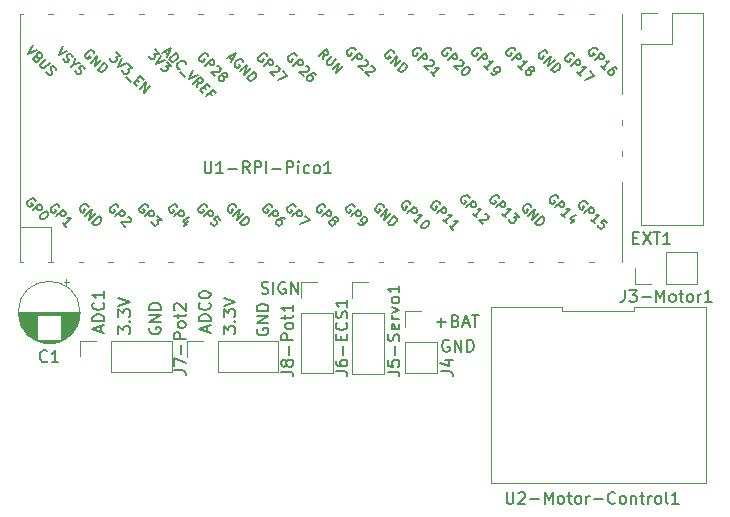
<source format=gbr>
%TF.GenerationSoftware,KiCad,Pcbnew,7.0.1*%
%TF.CreationDate,2023-08-24T13:32:00+02:00*%
%TF.ProjectId,gemma20Pico,67656d6d-6132-4305-9069-636f2e6b6963,1.3*%
%TF.SameCoordinates,Original*%
%TF.FileFunction,Legend,Top*%
%TF.FilePolarity,Positive*%
%FSLAX46Y46*%
G04 Gerber Fmt 4.6, Leading zero omitted, Abs format (unit mm)*
G04 Created by KiCad (PCBNEW 7.0.1) date 2023-08-24 13:32:00*
%MOMM*%
%LPD*%
G01*
G04 APERTURE LIST*
%ADD10C,0.150000*%
%ADD11C,0.120000*%
G04 APERTURE END LIST*
D10*
X111490476Y-105630000D02*
X111633333Y-105677619D01*
X111633333Y-105677619D02*
X111871428Y-105677619D01*
X111871428Y-105677619D02*
X111966666Y-105630000D01*
X111966666Y-105630000D02*
X112014285Y-105582380D01*
X112014285Y-105582380D02*
X112061904Y-105487142D01*
X112061904Y-105487142D02*
X112061904Y-105391904D01*
X112061904Y-105391904D02*
X112014285Y-105296666D01*
X112014285Y-105296666D02*
X111966666Y-105249047D01*
X111966666Y-105249047D02*
X111871428Y-105201428D01*
X111871428Y-105201428D02*
X111680952Y-105153809D01*
X111680952Y-105153809D02*
X111585714Y-105106190D01*
X111585714Y-105106190D02*
X111538095Y-105058571D01*
X111538095Y-105058571D02*
X111490476Y-104963333D01*
X111490476Y-104963333D02*
X111490476Y-104868095D01*
X111490476Y-104868095D02*
X111538095Y-104772857D01*
X111538095Y-104772857D02*
X111585714Y-104725238D01*
X111585714Y-104725238D02*
X111680952Y-104677619D01*
X111680952Y-104677619D02*
X111919047Y-104677619D01*
X111919047Y-104677619D02*
X112061904Y-104725238D01*
X112490476Y-105677619D02*
X112490476Y-104677619D01*
X113490475Y-104725238D02*
X113395237Y-104677619D01*
X113395237Y-104677619D02*
X113252380Y-104677619D01*
X113252380Y-104677619D02*
X113109523Y-104725238D01*
X113109523Y-104725238D02*
X113014285Y-104820476D01*
X113014285Y-104820476D02*
X112966666Y-104915714D01*
X112966666Y-104915714D02*
X112919047Y-105106190D01*
X112919047Y-105106190D02*
X112919047Y-105249047D01*
X112919047Y-105249047D02*
X112966666Y-105439523D01*
X112966666Y-105439523D02*
X113014285Y-105534761D01*
X113014285Y-105534761D02*
X113109523Y-105630000D01*
X113109523Y-105630000D02*
X113252380Y-105677619D01*
X113252380Y-105677619D02*
X113347618Y-105677619D01*
X113347618Y-105677619D02*
X113490475Y-105630000D01*
X113490475Y-105630000D02*
X113538094Y-105582380D01*
X113538094Y-105582380D02*
X113538094Y-105249047D01*
X113538094Y-105249047D02*
X113347618Y-105249047D01*
X113966666Y-105677619D02*
X113966666Y-104677619D01*
X113966666Y-104677619D02*
X114538094Y-105677619D01*
X114538094Y-105677619D02*
X114538094Y-104677619D01*
X106891904Y-108909523D02*
X106891904Y-108433333D01*
X107177619Y-109004761D02*
X106177619Y-108671428D01*
X106177619Y-108671428D02*
X107177619Y-108338095D01*
X107177619Y-108004761D02*
X106177619Y-108004761D01*
X106177619Y-108004761D02*
X106177619Y-107766666D01*
X106177619Y-107766666D02*
X106225238Y-107623809D01*
X106225238Y-107623809D02*
X106320476Y-107528571D01*
X106320476Y-107528571D02*
X106415714Y-107480952D01*
X106415714Y-107480952D02*
X106606190Y-107433333D01*
X106606190Y-107433333D02*
X106749047Y-107433333D01*
X106749047Y-107433333D02*
X106939523Y-107480952D01*
X106939523Y-107480952D02*
X107034761Y-107528571D01*
X107034761Y-107528571D02*
X107130000Y-107623809D01*
X107130000Y-107623809D02*
X107177619Y-107766666D01*
X107177619Y-107766666D02*
X107177619Y-108004761D01*
X107082380Y-106433333D02*
X107130000Y-106480952D01*
X107130000Y-106480952D02*
X107177619Y-106623809D01*
X107177619Y-106623809D02*
X107177619Y-106719047D01*
X107177619Y-106719047D02*
X107130000Y-106861904D01*
X107130000Y-106861904D02*
X107034761Y-106957142D01*
X107034761Y-106957142D02*
X106939523Y-107004761D01*
X106939523Y-107004761D02*
X106749047Y-107052380D01*
X106749047Y-107052380D02*
X106606190Y-107052380D01*
X106606190Y-107052380D02*
X106415714Y-107004761D01*
X106415714Y-107004761D02*
X106320476Y-106957142D01*
X106320476Y-106957142D02*
X106225238Y-106861904D01*
X106225238Y-106861904D02*
X106177619Y-106719047D01*
X106177619Y-106719047D02*
X106177619Y-106623809D01*
X106177619Y-106623809D02*
X106225238Y-106480952D01*
X106225238Y-106480952D02*
X106272857Y-106433333D01*
X106177619Y-105814285D02*
X106177619Y-105719047D01*
X106177619Y-105719047D02*
X106225238Y-105623809D01*
X106225238Y-105623809D02*
X106272857Y-105576190D01*
X106272857Y-105576190D02*
X106368095Y-105528571D01*
X106368095Y-105528571D02*
X106558571Y-105480952D01*
X106558571Y-105480952D02*
X106796666Y-105480952D01*
X106796666Y-105480952D02*
X106987142Y-105528571D01*
X106987142Y-105528571D02*
X107082380Y-105576190D01*
X107082380Y-105576190D02*
X107130000Y-105623809D01*
X107130000Y-105623809D02*
X107177619Y-105719047D01*
X107177619Y-105719047D02*
X107177619Y-105814285D01*
X107177619Y-105814285D02*
X107130000Y-105909523D01*
X107130000Y-105909523D02*
X107082380Y-105957142D01*
X107082380Y-105957142D02*
X106987142Y-106004761D01*
X106987142Y-106004761D02*
X106796666Y-106052380D01*
X106796666Y-106052380D02*
X106558571Y-106052380D01*
X106558571Y-106052380D02*
X106368095Y-106004761D01*
X106368095Y-106004761D02*
X106272857Y-105957142D01*
X106272857Y-105957142D02*
X106225238Y-105909523D01*
X106225238Y-105909523D02*
X106177619Y-105814285D01*
X102025238Y-108538095D02*
X101977619Y-108633333D01*
X101977619Y-108633333D02*
X101977619Y-108776190D01*
X101977619Y-108776190D02*
X102025238Y-108919047D01*
X102025238Y-108919047D02*
X102120476Y-109014285D01*
X102120476Y-109014285D02*
X102215714Y-109061904D01*
X102215714Y-109061904D02*
X102406190Y-109109523D01*
X102406190Y-109109523D02*
X102549047Y-109109523D01*
X102549047Y-109109523D02*
X102739523Y-109061904D01*
X102739523Y-109061904D02*
X102834761Y-109014285D01*
X102834761Y-109014285D02*
X102930000Y-108919047D01*
X102930000Y-108919047D02*
X102977619Y-108776190D01*
X102977619Y-108776190D02*
X102977619Y-108680952D01*
X102977619Y-108680952D02*
X102930000Y-108538095D01*
X102930000Y-108538095D02*
X102882380Y-108490476D01*
X102882380Y-108490476D02*
X102549047Y-108490476D01*
X102549047Y-108490476D02*
X102549047Y-108680952D01*
X102977619Y-108061904D02*
X101977619Y-108061904D01*
X101977619Y-108061904D02*
X102977619Y-107490476D01*
X102977619Y-107490476D02*
X101977619Y-107490476D01*
X102977619Y-107014285D02*
X101977619Y-107014285D01*
X101977619Y-107014285D02*
X101977619Y-106776190D01*
X101977619Y-106776190D02*
X102025238Y-106633333D01*
X102025238Y-106633333D02*
X102120476Y-106538095D01*
X102120476Y-106538095D02*
X102215714Y-106490476D01*
X102215714Y-106490476D02*
X102406190Y-106442857D01*
X102406190Y-106442857D02*
X102549047Y-106442857D01*
X102549047Y-106442857D02*
X102739523Y-106490476D01*
X102739523Y-106490476D02*
X102834761Y-106538095D01*
X102834761Y-106538095D02*
X102930000Y-106633333D01*
X102930000Y-106633333D02*
X102977619Y-106776190D01*
X102977619Y-106776190D02*
X102977619Y-107014285D01*
X97891904Y-108909523D02*
X97891904Y-108433333D01*
X98177619Y-109004761D02*
X97177619Y-108671428D01*
X97177619Y-108671428D02*
X98177619Y-108338095D01*
X98177619Y-108004761D02*
X97177619Y-108004761D01*
X97177619Y-108004761D02*
X97177619Y-107766666D01*
X97177619Y-107766666D02*
X97225238Y-107623809D01*
X97225238Y-107623809D02*
X97320476Y-107528571D01*
X97320476Y-107528571D02*
X97415714Y-107480952D01*
X97415714Y-107480952D02*
X97606190Y-107433333D01*
X97606190Y-107433333D02*
X97749047Y-107433333D01*
X97749047Y-107433333D02*
X97939523Y-107480952D01*
X97939523Y-107480952D02*
X98034761Y-107528571D01*
X98034761Y-107528571D02*
X98130000Y-107623809D01*
X98130000Y-107623809D02*
X98177619Y-107766666D01*
X98177619Y-107766666D02*
X98177619Y-108004761D01*
X98082380Y-106433333D02*
X98130000Y-106480952D01*
X98130000Y-106480952D02*
X98177619Y-106623809D01*
X98177619Y-106623809D02*
X98177619Y-106719047D01*
X98177619Y-106719047D02*
X98130000Y-106861904D01*
X98130000Y-106861904D02*
X98034761Y-106957142D01*
X98034761Y-106957142D02*
X97939523Y-107004761D01*
X97939523Y-107004761D02*
X97749047Y-107052380D01*
X97749047Y-107052380D02*
X97606190Y-107052380D01*
X97606190Y-107052380D02*
X97415714Y-107004761D01*
X97415714Y-107004761D02*
X97320476Y-106957142D01*
X97320476Y-106957142D02*
X97225238Y-106861904D01*
X97225238Y-106861904D02*
X97177619Y-106719047D01*
X97177619Y-106719047D02*
X97177619Y-106623809D01*
X97177619Y-106623809D02*
X97225238Y-106480952D01*
X97225238Y-106480952D02*
X97272857Y-106433333D01*
X98177619Y-105480952D02*
X98177619Y-106052380D01*
X98177619Y-105766666D02*
X97177619Y-105766666D01*
X97177619Y-105766666D02*
X97320476Y-105861904D01*
X97320476Y-105861904D02*
X97415714Y-105957142D01*
X97415714Y-105957142D02*
X97463333Y-106052380D01*
X126338095Y-108096666D02*
X127100000Y-108096666D01*
X126719047Y-108477619D02*
X126719047Y-107715714D01*
X127909523Y-107953809D02*
X128052380Y-108001428D01*
X128052380Y-108001428D02*
X128099999Y-108049047D01*
X128099999Y-108049047D02*
X128147618Y-108144285D01*
X128147618Y-108144285D02*
X128147618Y-108287142D01*
X128147618Y-108287142D02*
X128099999Y-108382380D01*
X128099999Y-108382380D02*
X128052380Y-108430000D01*
X128052380Y-108430000D02*
X127957142Y-108477619D01*
X127957142Y-108477619D02*
X127576190Y-108477619D01*
X127576190Y-108477619D02*
X127576190Y-107477619D01*
X127576190Y-107477619D02*
X127909523Y-107477619D01*
X127909523Y-107477619D02*
X128004761Y-107525238D01*
X128004761Y-107525238D02*
X128052380Y-107572857D01*
X128052380Y-107572857D02*
X128099999Y-107668095D01*
X128099999Y-107668095D02*
X128099999Y-107763333D01*
X128099999Y-107763333D02*
X128052380Y-107858571D01*
X128052380Y-107858571D02*
X128004761Y-107906190D01*
X128004761Y-107906190D02*
X127909523Y-107953809D01*
X127909523Y-107953809D02*
X127576190Y-107953809D01*
X128528571Y-108191904D02*
X129004761Y-108191904D01*
X128433333Y-108477619D02*
X128766666Y-107477619D01*
X128766666Y-107477619D02*
X129099999Y-108477619D01*
X129290476Y-107477619D02*
X129861904Y-107477619D01*
X129576190Y-108477619D02*
X129576190Y-107477619D01*
X108277619Y-109057142D02*
X108277619Y-108438095D01*
X108277619Y-108438095D02*
X108658571Y-108771428D01*
X108658571Y-108771428D02*
X108658571Y-108628571D01*
X108658571Y-108628571D02*
X108706190Y-108533333D01*
X108706190Y-108533333D02*
X108753809Y-108485714D01*
X108753809Y-108485714D02*
X108849047Y-108438095D01*
X108849047Y-108438095D02*
X109087142Y-108438095D01*
X109087142Y-108438095D02*
X109182380Y-108485714D01*
X109182380Y-108485714D02*
X109230000Y-108533333D01*
X109230000Y-108533333D02*
X109277619Y-108628571D01*
X109277619Y-108628571D02*
X109277619Y-108914285D01*
X109277619Y-108914285D02*
X109230000Y-109009523D01*
X109230000Y-109009523D02*
X109182380Y-109057142D01*
X109182380Y-108009523D02*
X109230000Y-107961904D01*
X109230000Y-107961904D02*
X109277619Y-108009523D01*
X109277619Y-108009523D02*
X109230000Y-108057142D01*
X109230000Y-108057142D02*
X109182380Y-108009523D01*
X109182380Y-108009523D02*
X109277619Y-108009523D01*
X108277619Y-107628571D02*
X108277619Y-107009524D01*
X108277619Y-107009524D02*
X108658571Y-107342857D01*
X108658571Y-107342857D02*
X108658571Y-107200000D01*
X108658571Y-107200000D02*
X108706190Y-107104762D01*
X108706190Y-107104762D02*
X108753809Y-107057143D01*
X108753809Y-107057143D02*
X108849047Y-107009524D01*
X108849047Y-107009524D02*
X109087142Y-107009524D01*
X109087142Y-107009524D02*
X109182380Y-107057143D01*
X109182380Y-107057143D02*
X109230000Y-107104762D01*
X109230000Y-107104762D02*
X109277619Y-107200000D01*
X109277619Y-107200000D02*
X109277619Y-107485714D01*
X109277619Y-107485714D02*
X109230000Y-107580952D01*
X109230000Y-107580952D02*
X109182380Y-107628571D01*
X108277619Y-106723809D02*
X109277619Y-106390476D01*
X109277619Y-106390476D02*
X108277619Y-106057143D01*
X99377619Y-109057142D02*
X99377619Y-108438095D01*
X99377619Y-108438095D02*
X99758571Y-108771428D01*
X99758571Y-108771428D02*
X99758571Y-108628571D01*
X99758571Y-108628571D02*
X99806190Y-108533333D01*
X99806190Y-108533333D02*
X99853809Y-108485714D01*
X99853809Y-108485714D02*
X99949047Y-108438095D01*
X99949047Y-108438095D02*
X100187142Y-108438095D01*
X100187142Y-108438095D02*
X100282380Y-108485714D01*
X100282380Y-108485714D02*
X100330000Y-108533333D01*
X100330000Y-108533333D02*
X100377619Y-108628571D01*
X100377619Y-108628571D02*
X100377619Y-108914285D01*
X100377619Y-108914285D02*
X100330000Y-109009523D01*
X100330000Y-109009523D02*
X100282380Y-109057142D01*
X100282380Y-108009523D02*
X100330000Y-107961904D01*
X100330000Y-107961904D02*
X100377619Y-108009523D01*
X100377619Y-108009523D02*
X100330000Y-108057142D01*
X100330000Y-108057142D02*
X100282380Y-108009523D01*
X100282380Y-108009523D02*
X100377619Y-108009523D01*
X99377619Y-107628571D02*
X99377619Y-107009524D01*
X99377619Y-107009524D02*
X99758571Y-107342857D01*
X99758571Y-107342857D02*
X99758571Y-107200000D01*
X99758571Y-107200000D02*
X99806190Y-107104762D01*
X99806190Y-107104762D02*
X99853809Y-107057143D01*
X99853809Y-107057143D02*
X99949047Y-107009524D01*
X99949047Y-107009524D02*
X100187142Y-107009524D01*
X100187142Y-107009524D02*
X100282380Y-107057143D01*
X100282380Y-107057143D02*
X100330000Y-107104762D01*
X100330000Y-107104762D02*
X100377619Y-107200000D01*
X100377619Y-107200000D02*
X100377619Y-107485714D01*
X100377619Y-107485714D02*
X100330000Y-107580952D01*
X100330000Y-107580952D02*
X100282380Y-107628571D01*
X99377619Y-106723809D02*
X100377619Y-106390476D01*
X100377619Y-106390476D02*
X99377619Y-106057143D01*
X127361904Y-109625238D02*
X127266666Y-109577619D01*
X127266666Y-109577619D02*
X127123809Y-109577619D01*
X127123809Y-109577619D02*
X126980952Y-109625238D01*
X126980952Y-109625238D02*
X126885714Y-109720476D01*
X126885714Y-109720476D02*
X126838095Y-109815714D01*
X126838095Y-109815714D02*
X126790476Y-110006190D01*
X126790476Y-110006190D02*
X126790476Y-110149047D01*
X126790476Y-110149047D02*
X126838095Y-110339523D01*
X126838095Y-110339523D02*
X126885714Y-110434761D01*
X126885714Y-110434761D02*
X126980952Y-110530000D01*
X126980952Y-110530000D02*
X127123809Y-110577619D01*
X127123809Y-110577619D02*
X127219047Y-110577619D01*
X127219047Y-110577619D02*
X127361904Y-110530000D01*
X127361904Y-110530000D02*
X127409523Y-110482380D01*
X127409523Y-110482380D02*
X127409523Y-110149047D01*
X127409523Y-110149047D02*
X127219047Y-110149047D01*
X127838095Y-110577619D02*
X127838095Y-109577619D01*
X127838095Y-109577619D02*
X128409523Y-110577619D01*
X128409523Y-110577619D02*
X128409523Y-109577619D01*
X128885714Y-110577619D02*
X128885714Y-109577619D01*
X128885714Y-109577619D02*
X129123809Y-109577619D01*
X129123809Y-109577619D02*
X129266666Y-109625238D01*
X129266666Y-109625238D02*
X129361904Y-109720476D01*
X129361904Y-109720476D02*
X129409523Y-109815714D01*
X129409523Y-109815714D02*
X129457142Y-110006190D01*
X129457142Y-110006190D02*
X129457142Y-110149047D01*
X129457142Y-110149047D02*
X129409523Y-110339523D01*
X129409523Y-110339523D02*
X129361904Y-110434761D01*
X129361904Y-110434761D02*
X129266666Y-110530000D01*
X129266666Y-110530000D02*
X129123809Y-110577619D01*
X129123809Y-110577619D02*
X128885714Y-110577619D01*
X111125238Y-108638095D02*
X111077619Y-108733333D01*
X111077619Y-108733333D02*
X111077619Y-108876190D01*
X111077619Y-108876190D02*
X111125238Y-109019047D01*
X111125238Y-109019047D02*
X111220476Y-109114285D01*
X111220476Y-109114285D02*
X111315714Y-109161904D01*
X111315714Y-109161904D02*
X111506190Y-109209523D01*
X111506190Y-109209523D02*
X111649047Y-109209523D01*
X111649047Y-109209523D02*
X111839523Y-109161904D01*
X111839523Y-109161904D02*
X111934761Y-109114285D01*
X111934761Y-109114285D02*
X112030000Y-109019047D01*
X112030000Y-109019047D02*
X112077619Y-108876190D01*
X112077619Y-108876190D02*
X112077619Y-108780952D01*
X112077619Y-108780952D02*
X112030000Y-108638095D01*
X112030000Y-108638095D02*
X111982380Y-108590476D01*
X111982380Y-108590476D02*
X111649047Y-108590476D01*
X111649047Y-108590476D02*
X111649047Y-108780952D01*
X112077619Y-108161904D02*
X111077619Y-108161904D01*
X111077619Y-108161904D02*
X112077619Y-107590476D01*
X112077619Y-107590476D02*
X111077619Y-107590476D01*
X112077619Y-107114285D02*
X111077619Y-107114285D01*
X111077619Y-107114285D02*
X111077619Y-106876190D01*
X111077619Y-106876190D02*
X111125238Y-106733333D01*
X111125238Y-106733333D02*
X111220476Y-106638095D01*
X111220476Y-106638095D02*
X111315714Y-106590476D01*
X111315714Y-106590476D02*
X111506190Y-106542857D01*
X111506190Y-106542857D02*
X111649047Y-106542857D01*
X111649047Y-106542857D02*
X111839523Y-106590476D01*
X111839523Y-106590476D02*
X111934761Y-106638095D01*
X111934761Y-106638095D02*
X112030000Y-106733333D01*
X112030000Y-106733333D02*
X112077619Y-106876190D01*
X112077619Y-106876190D02*
X112077619Y-107114285D01*
%TO.C,U2-Motor-Control1*%
X132238094Y-122462619D02*
X132238094Y-123272142D01*
X132238094Y-123272142D02*
X132285713Y-123367380D01*
X132285713Y-123367380D02*
X132333332Y-123415000D01*
X132333332Y-123415000D02*
X132428570Y-123462619D01*
X132428570Y-123462619D02*
X132619046Y-123462619D01*
X132619046Y-123462619D02*
X132714284Y-123415000D01*
X132714284Y-123415000D02*
X132761903Y-123367380D01*
X132761903Y-123367380D02*
X132809522Y-123272142D01*
X132809522Y-123272142D02*
X132809522Y-122462619D01*
X133238094Y-122557857D02*
X133285713Y-122510238D01*
X133285713Y-122510238D02*
X133380951Y-122462619D01*
X133380951Y-122462619D02*
X133619046Y-122462619D01*
X133619046Y-122462619D02*
X133714284Y-122510238D01*
X133714284Y-122510238D02*
X133761903Y-122557857D01*
X133761903Y-122557857D02*
X133809522Y-122653095D01*
X133809522Y-122653095D02*
X133809522Y-122748333D01*
X133809522Y-122748333D02*
X133761903Y-122891190D01*
X133761903Y-122891190D02*
X133190475Y-123462619D01*
X133190475Y-123462619D02*
X133809522Y-123462619D01*
X134238094Y-123081666D02*
X134999999Y-123081666D01*
X135476189Y-123462619D02*
X135476189Y-122462619D01*
X135476189Y-122462619D02*
X135809522Y-123176904D01*
X135809522Y-123176904D02*
X136142855Y-122462619D01*
X136142855Y-122462619D02*
X136142855Y-123462619D01*
X136761903Y-123462619D02*
X136666665Y-123415000D01*
X136666665Y-123415000D02*
X136619046Y-123367380D01*
X136619046Y-123367380D02*
X136571427Y-123272142D01*
X136571427Y-123272142D02*
X136571427Y-122986428D01*
X136571427Y-122986428D02*
X136619046Y-122891190D01*
X136619046Y-122891190D02*
X136666665Y-122843571D01*
X136666665Y-122843571D02*
X136761903Y-122795952D01*
X136761903Y-122795952D02*
X136904760Y-122795952D01*
X136904760Y-122795952D02*
X136999998Y-122843571D01*
X136999998Y-122843571D02*
X137047617Y-122891190D01*
X137047617Y-122891190D02*
X137095236Y-122986428D01*
X137095236Y-122986428D02*
X137095236Y-123272142D01*
X137095236Y-123272142D02*
X137047617Y-123367380D01*
X137047617Y-123367380D02*
X136999998Y-123415000D01*
X136999998Y-123415000D02*
X136904760Y-123462619D01*
X136904760Y-123462619D02*
X136761903Y-123462619D01*
X137380951Y-122795952D02*
X137761903Y-122795952D01*
X137523808Y-122462619D02*
X137523808Y-123319761D01*
X137523808Y-123319761D02*
X137571427Y-123415000D01*
X137571427Y-123415000D02*
X137666665Y-123462619D01*
X137666665Y-123462619D02*
X137761903Y-123462619D01*
X138238094Y-123462619D02*
X138142856Y-123415000D01*
X138142856Y-123415000D02*
X138095237Y-123367380D01*
X138095237Y-123367380D02*
X138047618Y-123272142D01*
X138047618Y-123272142D02*
X138047618Y-122986428D01*
X138047618Y-122986428D02*
X138095237Y-122891190D01*
X138095237Y-122891190D02*
X138142856Y-122843571D01*
X138142856Y-122843571D02*
X138238094Y-122795952D01*
X138238094Y-122795952D02*
X138380951Y-122795952D01*
X138380951Y-122795952D02*
X138476189Y-122843571D01*
X138476189Y-122843571D02*
X138523808Y-122891190D01*
X138523808Y-122891190D02*
X138571427Y-122986428D01*
X138571427Y-122986428D02*
X138571427Y-123272142D01*
X138571427Y-123272142D02*
X138523808Y-123367380D01*
X138523808Y-123367380D02*
X138476189Y-123415000D01*
X138476189Y-123415000D02*
X138380951Y-123462619D01*
X138380951Y-123462619D02*
X138238094Y-123462619D01*
X138999999Y-123462619D02*
X138999999Y-122795952D01*
X138999999Y-122986428D02*
X139047618Y-122891190D01*
X139047618Y-122891190D02*
X139095237Y-122843571D01*
X139095237Y-122843571D02*
X139190475Y-122795952D01*
X139190475Y-122795952D02*
X139285713Y-122795952D01*
X139619047Y-123081666D02*
X140380952Y-123081666D01*
X141428570Y-123367380D02*
X141380951Y-123415000D01*
X141380951Y-123415000D02*
X141238094Y-123462619D01*
X141238094Y-123462619D02*
X141142856Y-123462619D01*
X141142856Y-123462619D02*
X140999999Y-123415000D01*
X140999999Y-123415000D02*
X140904761Y-123319761D01*
X140904761Y-123319761D02*
X140857142Y-123224523D01*
X140857142Y-123224523D02*
X140809523Y-123034047D01*
X140809523Y-123034047D02*
X140809523Y-122891190D01*
X140809523Y-122891190D02*
X140857142Y-122700714D01*
X140857142Y-122700714D02*
X140904761Y-122605476D01*
X140904761Y-122605476D02*
X140999999Y-122510238D01*
X140999999Y-122510238D02*
X141142856Y-122462619D01*
X141142856Y-122462619D02*
X141238094Y-122462619D01*
X141238094Y-122462619D02*
X141380951Y-122510238D01*
X141380951Y-122510238D02*
X141428570Y-122557857D01*
X141999999Y-123462619D02*
X141904761Y-123415000D01*
X141904761Y-123415000D02*
X141857142Y-123367380D01*
X141857142Y-123367380D02*
X141809523Y-123272142D01*
X141809523Y-123272142D02*
X141809523Y-122986428D01*
X141809523Y-122986428D02*
X141857142Y-122891190D01*
X141857142Y-122891190D02*
X141904761Y-122843571D01*
X141904761Y-122843571D02*
X141999999Y-122795952D01*
X141999999Y-122795952D02*
X142142856Y-122795952D01*
X142142856Y-122795952D02*
X142238094Y-122843571D01*
X142238094Y-122843571D02*
X142285713Y-122891190D01*
X142285713Y-122891190D02*
X142333332Y-122986428D01*
X142333332Y-122986428D02*
X142333332Y-123272142D01*
X142333332Y-123272142D02*
X142285713Y-123367380D01*
X142285713Y-123367380D02*
X142238094Y-123415000D01*
X142238094Y-123415000D02*
X142142856Y-123462619D01*
X142142856Y-123462619D02*
X141999999Y-123462619D01*
X142761904Y-122795952D02*
X142761904Y-123462619D01*
X142761904Y-122891190D02*
X142809523Y-122843571D01*
X142809523Y-122843571D02*
X142904761Y-122795952D01*
X142904761Y-122795952D02*
X143047618Y-122795952D01*
X143047618Y-122795952D02*
X143142856Y-122843571D01*
X143142856Y-122843571D02*
X143190475Y-122938809D01*
X143190475Y-122938809D02*
X143190475Y-123462619D01*
X143523809Y-122795952D02*
X143904761Y-122795952D01*
X143666666Y-122462619D02*
X143666666Y-123319761D01*
X143666666Y-123319761D02*
X143714285Y-123415000D01*
X143714285Y-123415000D02*
X143809523Y-123462619D01*
X143809523Y-123462619D02*
X143904761Y-123462619D01*
X144238095Y-123462619D02*
X144238095Y-122795952D01*
X144238095Y-122986428D02*
X144285714Y-122891190D01*
X144285714Y-122891190D02*
X144333333Y-122843571D01*
X144333333Y-122843571D02*
X144428571Y-122795952D01*
X144428571Y-122795952D02*
X144523809Y-122795952D01*
X145000000Y-123462619D02*
X144904762Y-123415000D01*
X144904762Y-123415000D02*
X144857143Y-123367380D01*
X144857143Y-123367380D02*
X144809524Y-123272142D01*
X144809524Y-123272142D02*
X144809524Y-122986428D01*
X144809524Y-122986428D02*
X144857143Y-122891190D01*
X144857143Y-122891190D02*
X144904762Y-122843571D01*
X144904762Y-122843571D02*
X145000000Y-122795952D01*
X145000000Y-122795952D02*
X145142857Y-122795952D01*
X145142857Y-122795952D02*
X145238095Y-122843571D01*
X145238095Y-122843571D02*
X145285714Y-122891190D01*
X145285714Y-122891190D02*
X145333333Y-122986428D01*
X145333333Y-122986428D02*
X145333333Y-123272142D01*
X145333333Y-123272142D02*
X145285714Y-123367380D01*
X145285714Y-123367380D02*
X145238095Y-123415000D01*
X145238095Y-123415000D02*
X145142857Y-123462619D01*
X145142857Y-123462619D02*
X145000000Y-123462619D01*
X145904762Y-123462619D02*
X145809524Y-123415000D01*
X145809524Y-123415000D02*
X145761905Y-123319761D01*
X145761905Y-123319761D02*
X145761905Y-122462619D01*
X146809524Y-123462619D02*
X146238096Y-123462619D01*
X146523810Y-123462619D02*
X146523810Y-122462619D01*
X146523810Y-122462619D02*
X146428572Y-122605476D01*
X146428572Y-122605476D02*
X146333334Y-122700714D01*
X146333334Y-122700714D02*
X146238096Y-122748333D01*
%TO.C,EXT1*%
X142952381Y-100938809D02*
X143285714Y-100938809D01*
X143428571Y-101462619D02*
X142952381Y-101462619D01*
X142952381Y-101462619D02*
X142952381Y-100462619D01*
X142952381Y-100462619D02*
X143428571Y-100462619D01*
X143761905Y-100462619D02*
X144428571Y-101462619D01*
X144428571Y-100462619D02*
X143761905Y-101462619D01*
X144666667Y-100462619D02*
X145238095Y-100462619D01*
X144952381Y-101462619D02*
X144952381Y-100462619D01*
X146095238Y-101462619D02*
X145523810Y-101462619D01*
X145809524Y-101462619D02*
X145809524Y-100462619D01*
X145809524Y-100462619D02*
X145714286Y-100605476D01*
X145714286Y-100605476D02*
X145619048Y-100700714D01*
X145619048Y-100700714D02*
X145523810Y-100748333D01*
%TO.C,C1*%
X93333333Y-111367380D02*
X93285714Y-111415000D01*
X93285714Y-111415000D02*
X93142857Y-111462619D01*
X93142857Y-111462619D02*
X93047619Y-111462619D01*
X93047619Y-111462619D02*
X92904762Y-111415000D01*
X92904762Y-111415000D02*
X92809524Y-111319761D01*
X92809524Y-111319761D02*
X92761905Y-111224523D01*
X92761905Y-111224523D02*
X92714286Y-111034047D01*
X92714286Y-111034047D02*
X92714286Y-110891190D01*
X92714286Y-110891190D02*
X92761905Y-110700714D01*
X92761905Y-110700714D02*
X92809524Y-110605476D01*
X92809524Y-110605476D02*
X92904762Y-110510238D01*
X92904762Y-110510238D02*
X93047619Y-110462619D01*
X93047619Y-110462619D02*
X93142857Y-110462619D01*
X93142857Y-110462619D02*
X93285714Y-110510238D01*
X93285714Y-110510238D02*
X93333333Y-110557857D01*
X94285714Y-111462619D02*
X93714286Y-111462619D01*
X94000000Y-111462619D02*
X94000000Y-110462619D01*
X94000000Y-110462619D02*
X93904762Y-110605476D01*
X93904762Y-110605476D02*
X93809524Y-110700714D01*
X93809524Y-110700714D02*
X93714286Y-110748333D01*
%TO.C,J8-Pot1*%
X113162619Y-112266666D02*
X113876904Y-112266666D01*
X113876904Y-112266666D02*
X114019761Y-112314285D01*
X114019761Y-112314285D02*
X114115000Y-112409523D01*
X114115000Y-112409523D02*
X114162619Y-112552380D01*
X114162619Y-112552380D02*
X114162619Y-112647618D01*
X113591190Y-111647618D02*
X113543571Y-111742856D01*
X113543571Y-111742856D02*
X113495952Y-111790475D01*
X113495952Y-111790475D02*
X113400714Y-111838094D01*
X113400714Y-111838094D02*
X113353095Y-111838094D01*
X113353095Y-111838094D02*
X113257857Y-111790475D01*
X113257857Y-111790475D02*
X113210238Y-111742856D01*
X113210238Y-111742856D02*
X113162619Y-111647618D01*
X113162619Y-111647618D02*
X113162619Y-111457142D01*
X113162619Y-111457142D02*
X113210238Y-111361904D01*
X113210238Y-111361904D02*
X113257857Y-111314285D01*
X113257857Y-111314285D02*
X113353095Y-111266666D01*
X113353095Y-111266666D02*
X113400714Y-111266666D01*
X113400714Y-111266666D02*
X113495952Y-111314285D01*
X113495952Y-111314285D02*
X113543571Y-111361904D01*
X113543571Y-111361904D02*
X113591190Y-111457142D01*
X113591190Y-111457142D02*
X113591190Y-111647618D01*
X113591190Y-111647618D02*
X113638809Y-111742856D01*
X113638809Y-111742856D02*
X113686428Y-111790475D01*
X113686428Y-111790475D02*
X113781666Y-111838094D01*
X113781666Y-111838094D02*
X113972142Y-111838094D01*
X113972142Y-111838094D02*
X114067380Y-111790475D01*
X114067380Y-111790475D02*
X114115000Y-111742856D01*
X114115000Y-111742856D02*
X114162619Y-111647618D01*
X114162619Y-111647618D02*
X114162619Y-111457142D01*
X114162619Y-111457142D02*
X114115000Y-111361904D01*
X114115000Y-111361904D02*
X114067380Y-111314285D01*
X114067380Y-111314285D02*
X113972142Y-111266666D01*
X113972142Y-111266666D02*
X113781666Y-111266666D01*
X113781666Y-111266666D02*
X113686428Y-111314285D01*
X113686428Y-111314285D02*
X113638809Y-111361904D01*
X113638809Y-111361904D02*
X113591190Y-111457142D01*
X113781666Y-110838094D02*
X113781666Y-110076190D01*
X114162619Y-109599999D02*
X113162619Y-109599999D01*
X113162619Y-109599999D02*
X113162619Y-109219047D01*
X113162619Y-109219047D02*
X113210238Y-109123809D01*
X113210238Y-109123809D02*
X113257857Y-109076190D01*
X113257857Y-109076190D02*
X113353095Y-109028571D01*
X113353095Y-109028571D02*
X113495952Y-109028571D01*
X113495952Y-109028571D02*
X113591190Y-109076190D01*
X113591190Y-109076190D02*
X113638809Y-109123809D01*
X113638809Y-109123809D02*
X113686428Y-109219047D01*
X113686428Y-109219047D02*
X113686428Y-109599999D01*
X114162619Y-108457142D02*
X114115000Y-108552380D01*
X114115000Y-108552380D02*
X114067380Y-108599999D01*
X114067380Y-108599999D02*
X113972142Y-108647618D01*
X113972142Y-108647618D02*
X113686428Y-108647618D01*
X113686428Y-108647618D02*
X113591190Y-108599999D01*
X113591190Y-108599999D02*
X113543571Y-108552380D01*
X113543571Y-108552380D02*
X113495952Y-108457142D01*
X113495952Y-108457142D02*
X113495952Y-108314285D01*
X113495952Y-108314285D02*
X113543571Y-108219047D01*
X113543571Y-108219047D02*
X113591190Y-108171428D01*
X113591190Y-108171428D02*
X113686428Y-108123809D01*
X113686428Y-108123809D02*
X113972142Y-108123809D01*
X113972142Y-108123809D02*
X114067380Y-108171428D01*
X114067380Y-108171428D02*
X114115000Y-108219047D01*
X114115000Y-108219047D02*
X114162619Y-108314285D01*
X114162619Y-108314285D02*
X114162619Y-108457142D01*
X113495952Y-107838094D02*
X113495952Y-107457142D01*
X113162619Y-107695237D02*
X114019761Y-107695237D01*
X114019761Y-107695237D02*
X114115000Y-107647618D01*
X114115000Y-107647618D02*
X114162619Y-107552380D01*
X114162619Y-107552380D02*
X114162619Y-107457142D01*
X114162619Y-106599999D02*
X114162619Y-107171427D01*
X114162619Y-106885713D02*
X113162619Y-106885713D01*
X113162619Y-106885713D02*
X113305476Y-106980951D01*
X113305476Y-106980951D02*
X113400714Y-107076189D01*
X113400714Y-107076189D02*
X113448333Y-107171427D01*
%TO.C,J5-Servo1*%
X122162619Y-112276190D02*
X122876904Y-112276190D01*
X122876904Y-112276190D02*
X123019761Y-112323809D01*
X123019761Y-112323809D02*
X123115000Y-112419047D01*
X123115000Y-112419047D02*
X123162619Y-112561904D01*
X123162619Y-112561904D02*
X123162619Y-112657142D01*
X122162619Y-111323809D02*
X122162619Y-111799999D01*
X122162619Y-111799999D02*
X122638809Y-111847618D01*
X122638809Y-111847618D02*
X122591190Y-111799999D01*
X122591190Y-111799999D02*
X122543571Y-111704761D01*
X122543571Y-111704761D02*
X122543571Y-111466666D01*
X122543571Y-111466666D02*
X122591190Y-111371428D01*
X122591190Y-111371428D02*
X122638809Y-111323809D01*
X122638809Y-111323809D02*
X122734047Y-111276190D01*
X122734047Y-111276190D02*
X122972142Y-111276190D01*
X122972142Y-111276190D02*
X123067380Y-111323809D01*
X123067380Y-111323809D02*
X123115000Y-111371428D01*
X123115000Y-111371428D02*
X123162619Y-111466666D01*
X123162619Y-111466666D02*
X123162619Y-111704761D01*
X123162619Y-111704761D02*
X123115000Y-111799999D01*
X123115000Y-111799999D02*
X123067380Y-111847618D01*
X122781666Y-110847618D02*
X122781666Y-110085714D01*
X123115000Y-109657142D02*
X123162619Y-109514285D01*
X123162619Y-109514285D02*
X123162619Y-109276190D01*
X123162619Y-109276190D02*
X123115000Y-109180952D01*
X123115000Y-109180952D02*
X123067380Y-109133333D01*
X123067380Y-109133333D02*
X122972142Y-109085714D01*
X122972142Y-109085714D02*
X122876904Y-109085714D01*
X122876904Y-109085714D02*
X122781666Y-109133333D01*
X122781666Y-109133333D02*
X122734047Y-109180952D01*
X122734047Y-109180952D02*
X122686428Y-109276190D01*
X122686428Y-109276190D02*
X122638809Y-109466666D01*
X122638809Y-109466666D02*
X122591190Y-109561904D01*
X122591190Y-109561904D02*
X122543571Y-109609523D01*
X122543571Y-109609523D02*
X122448333Y-109657142D01*
X122448333Y-109657142D02*
X122353095Y-109657142D01*
X122353095Y-109657142D02*
X122257857Y-109609523D01*
X122257857Y-109609523D02*
X122210238Y-109561904D01*
X122210238Y-109561904D02*
X122162619Y-109466666D01*
X122162619Y-109466666D02*
X122162619Y-109228571D01*
X122162619Y-109228571D02*
X122210238Y-109085714D01*
X123115000Y-108276190D02*
X123162619Y-108371428D01*
X123162619Y-108371428D02*
X123162619Y-108561904D01*
X123162619Y-108561904D02*
X123115000Y-108657142D01*
X123115000Y-108657142D02*
X123019761Y-108704761D01*
X123019761Y-108704761D02*
X122638809Y-108704761D01*
X122638809Y-108704761D02*
X122543571Y-108657142D01*
X122543571Y-108657142D02*
X122495952Y-108561904D01*
X122495952Y-108561904D02*
X122495952Y-108371428D01*
X122495952Y-108371428D02*
X122543571Y-108276190D01*
X122543571Y-108276190D02*
X122638809Y-108228571D01*
X122638809Y-108228571D02*
X122734047Y-108228571D01*
X122734047Y-108228571D02*
X122829285Y-108704761D01*
X123162619Y-107799999D02*
X122495952Y-107799999D01*
X122686428Y-107799999D02*
X122591190Y-107752380D01*
X122591190Y-107752380D02*
X122543571Y-107704761D01*
X122543571Y-107704761D02*
X122495952Y-107609523D01*
X122495952Y-107609523D02*
X122495952Y-107514285D01*
X122495952Y-107276189D02*
X123162619Y-107038094D01*
X123162619Y-107038094D02*
X122495952Y-106799999D01*
X123162619Y-106276189D02*
X123115000Y-106371427D01*
X123115000Y-106371427D02*
X123067380Y-106419046D01*
X123067380Y-106419046D02*
X122972142Y-106466665D01*
X122972142Y-106466665D02*
X122686428Y-106466665D01*
X122686428Y-106466665D02*
X122591190Y-106419046D01*
X122591190Y-106419046D02*
X122543571Y-106371427D01*
X122543571Y-106371427D02*
X122495952Y-106276189D01*
X122495952Y-106276189D02*
X122495952Y-106133332D01*
X122495952Y-106133332D02*
X122543571Y-106038094D01*
X122543571Y-106038094D02*
X122591190Y-105990475D01*
X122591190Y-105990475D02*
X122686428Y-105942856D01*
X122686428Y-105942856D02*
X122972142Y-105942856D01*
X122972142Y-105942856D02*
X123067380Y-105990475D01*
X123067380Y-105990475D02*
X123115000Y-106038094D01*
X123115000Y-106038094D02*
X123162619Y-106133332D01*
X123162619Y-106133332D02*
X123162619Y-106276189D01*
X123162619Y-104990475D02*
X123162619Y-105561903D01*
X123162619Y-105276189D02*
X122162619Y-105276189D01*
X122162619Y-105276189D02*
X122305476Y-105371427D01*
X122305476Y-105371427D02*
X122400714Y-105466665D01*
X122400714Y-105466665D02*
X122448333Y-105561903D01*
%TO.C,J6-ECS1*%
X117762619Y-112257142D02*
X118476904Y-112257142D01*
X118476904Y-112257142D02*
X118619761Y-112304761D01*
X118619761Y-112304761D02*
X118715000Y-112399999D01*
X118715000Y-112399999D02*
X118762619Y-112542856D01*
X118762619Y-112542856D02*
X118762619Y-112638094D01*
X117762619Y-111352380D02*
X117762619Y-111542856D01*
X117762619Y-111542856D02*
X117810238Y-111638094D01*
X117810238Y-111638094D02*
X117857857Y-111685713D01*
X117857857Y-111685713D02*
X118000714Y-111780951D01*
X118000714Y-111780951D02*
X118191190Y-111828570D01*
X118191190Y-111828570D02*
X118572142Y-111828570D01*
X118572142Y-111828570D02*
X118667380Y-111780951D01*
X118667380Y-111780951D02*
X118715000Y-111733332D01*
X118715000Y-111733332D02*
X118762619Y-111638094D01*
X118762619Y-111638094D02*
X118762619Y-111447618D01*
X118762619Y-111447618D02*
X118715000Y-111352380D01*
X118715000Y-111352380D02*
X118667380Y-111304761D01*
X118667380Y-111304761D02*
X118572142Y-111257142D01*
X118572142Y-111257142D02*
X118334047Y-111257142D01*
X118334047Y-111257142D02*
X118238809Y-111304761D01*
X118238809Y-111304761D02*
X118191190Y-111352380D01*
X118191190Y-111352380D02*
X118143571Y-111447618D01*
X118143571Y-111447618D02*
X118143571Y-111638094D01*
X118143571Y-111638094D02*
X118191190Y-111733332D01*
X118191190Y-111733332D02*
X118238809Y-111780951D01*
X118238809Y-111780951D02*
X118334047Y-111828570D01*
X118381666Y-110828570D02*
X118381666Y-110066666D01*
X118238809Y-109590475D02*
X118238809Y-109257142D01*
X118762619Y-109114285D02*
X118762619Y-109590475D01*
X118762619Y-109590475D02*
X117762619Y-109590475D01*
X117762619Y-109590475D02*
X117762619Y-109114285D01*
X118667380Y-108114285D02*
X118715000Y-108161904D01*
X118715000Y-108161904D02*
X118762619Y-108304761D01*
X118762619Y-108304761D02*
X118762619Y-108399999D01*
X118762619Y-108399999D02*
X118715000Y-108542856D01*
X118715000Y-108542856D02*
X118619761Y-108638094D01*
X118619761Y-108638094D02*
X118524523Y-108685713D01*
X118524523Y-108685713D02*
X118334047Y-108733332D01*
X118334047Y-108733332D02*
X118191190Y-108733332D01*
X118191190Y-108733332D02*
X118000714Y-108685713D01*
X118000714Y-108685713D02*
X117905476Y-108638094D01*
X117905476Y-108638094D02*
X117810238Y-108542856D01*
X117810238Y-108542856D02*
X117762619Y-108399999D01*
X117762619Y-108399999D02*
X117762619Y-108304761D01*
X117762619Y-108304761D02*
X117810238Y-108161904D01*
X117810238Y-108161904D02*
X117857857Y-108114285D01*
X118715000Y-107733332D02*
X118762619Y-107590475D01*
X118762619Y-107590475D02*
X118762619Y-107352380D01*
X118762619Y-107352380D02*
X118715000Y-107257142D01*
X118715000Y-107257142D02*
X118667380Y-107209523D01*
X118667380Y-107209523D02*
X118572142Y-107161904D01*
X118572142Y-107161904D02*
X118476904Y-107161904D01*
X118476904Y-107161904D02*
X118381666Y-107209523D01*
X118381666Y-107209523D02*
X118334047Y-107257142D01*
X118334047Y-107257142D02*
X118286428Y-107352380D01*
X118286428Y-107352380D02*
X118238809Y-107542856D01*
X118238809Y-107542856D02*
X118191190Y-107638094D01*
X118191190Y-107638094D02*
X118143571Y-107685713D01*
X118143571Y-107685713D02*
X118048333Y-107733332D01*
X118048333Y-107733332D02*
X117953095Y-107733332D01*
X117953095Y-107733332D02*
X117857857Y-107685713D01*
X117857857Y-107685713D02*
X117810238Y-107638094D01*
X117810238Y-107638094D02*
X117762619Y-107542856D01*
X117762619Y-107542856D02*
X117762619Y-107304761D01*
X117762619Y-107304761D02*
X117810238Y-107161904D01*
X118762619Y-106209523D02*
X118762619Y-106780951D01*
X118762619Y-106495237D02*
X117762619Y-106495237D01*
X117762619Y-106495237D02*
X117905476Y-106590475D01*
X117905476Y-106590475D02*
X118000714Y-106685713D01*
X118000714Y-106685713D02*
X118048333Y-106780951D01*
%TO.C,J4*%
X126662619Y-112233333D02*
X127376904Y-112233333D01*
X127376904Y-112233333D02*
X127519761Y-112280952D01*
X127519761Y-112280952D02*
X127615000Y-112376190D01*
X127615000Y-112376190D02*
X127662619Y-112519047D01*
X127662619Y-112519047D02*
X127662619Y-112614285D01*
X126995952Y-111328571D02*
X127662619Y-111328571D01*
X126615000Y-111566666D02*
X127329285Y-111804761D01*
X127329285Y-111804761D02*
X127329285Y-111185714D01*
%TO.C,J7-Pot2*%
X104062619Y-112166666D02*
X104776904Y-112166666D01*
X104776904Y-112166666D02*
X104919761Y-112214285D01*
X104919761Y-112214285D02*
X105015000Y-112309523D01*
X105015000Y-112309523D02*
X105062619Y-112452380D01*
X105062619Y-112452380D02*
X105062619Y-112547618D01*
X104062619Y-111785713D02*
X104062619Y-111119047D01*
X104062619Y-111119047D02*
X105062619Y-111547618D01*
X104681666Y-110738094D02*
X104681666Y-109976190D01*
X105062619Y-109499999D02*
X104062619Y-109499999D01*
X104062619Y-109499999D02*
X104062619Y-109119047D01*
X104062619Y-109119047D02*
X104110238Y-109023809D01*
X104110238Y-109023809D02*
X104157857Y-108976190D01*
X104157857Y-108976190D02*
X104253095Y-108928571D01*
X104253095Y-108928571D02*
X104395952Y-108928571D01*
X104395952Y-108928571D02*
X104491190Y-108976190D01*
X104491190Y-108976190D02*
X104538809Y-109023809D01*
X104538809Y-109023809D02*
X104586428Y-109119047D01*
X104586428Y-109119047D02*
X104586428Y-109499999D01*
X105062619Y-108357142D02*
X105015000Y-108452380D01*
X105015000Y-108452380D02*
X104967380Y-108499999D01*
X104967380Y-108499999D02*
X104872142Y-108547618D01*
X104872142Y-108547618D02*
X104586428Y-108547618D01*
X104586428Y-108547618D02*
X104491190Y-108499999D01*
X104491190Y-108499999D02*
X104443571Y-108452380D01*
X104443571Y-108452380D02*
X104395952Y-108357142D01*
X104395952Y-108357142D02*
X104395952Y-108214285D01*
X104395952Y-108214285D02*
X104443571Y-108119047D01*
X104443571Y-108119047D02*
X104491190Y-108071428D01*
X104491190Y-108071428D02*
X104586428Y-108023809D01*
X104586428Y-108023809D02*
X104872142Y-108023809D01*
X104872142Y-108023809D02*
X104967380Y-108071428D01*
X104967380Y-108071428D02*
X105015000Y-108119047D01*
X105015000Y-108119047D02*
X105062619Y-108214285D01*
X105062619Y-108214285D02*
X105062619Y-108357142D01*
X104395952Y-107738094D02*
X104395952Y-107357142D01*
X104062619Y-107595237D02*
X104919761Y-107595237D01*
X104919761Y-107595237D02*
X105015000Y-107547618D01*
X105015000Y-107547618D02*
X105062619Y-107452380D01*
X105062619Y-107452380D02*
X105062619Y-107357142D01*
X104157857Y-107071427D02*
X104110238Y-107023808D01*
X104110238Y-107023808D02*
X104062619Y-106928570D01*
X104062619Y-106928570D02*
X104062619Y-106690475D01*
X104062619Y-106690475D02*
X104110238Y-106595237D01*
X104110238Y-106595237D02*
X104157857Y-106547618D01*
X104157857Y-106547618D02*
X104253095Y-106499999D01*
X104253095Y-106499999D02*
X104348333Y-106499999D01*
X104348333Y-106499999D02*
X104491190Y-106547618D01*
X104491190Y-106547618D02*
X105062619Y-107119046D01*
X105062619Y-107119046D02*
X105062619Y-106499999D01*
%TO.C,J3-Motor1*%
X142258809Y-105362619D02*
X142258809Y-106076904D01*
X142258809Y-106076904D02*
X142211190Y-106219761D01*
X142211190Y-106219761D02*
X142115952Y-106315000D01*
X142115952Y-106315000D02*
X141973095Y-106362619D01*
X141973095Y-106362619D02*
X141877857Y-106362619D01*
X142639762Y-105362619D02*
X143258809Y-105362619D01*
X143258809Y-105362619D02*
X142925476Y-105743571D01*
X142925476Y-105743571D02*
X143068333Y-105743571D01*
X143068333Y-105743571D02*
X143163571Y-105791190D01*
X143163571Y-105791190D02*
X143211190Y-105838809D01*
X143211190Y-105838809D02*
X143258809Y-105934047D01*
X143258809Y-105934047D02*
X143258809Y-106172142D01*
X143258809Y-106172142D02*
X143211190Y-106267380D01*
X143211190Y-106267380D02*
X143163571Y-106315000D01*
X143163571Y-106315000D02*
X143068333Y-106362619D01*
X143068333Y-106362619D02*
X142782619Y-106362619D01*
X142782619Y-106362619D02*
X142687381Y-106315000D01*
X142687381Y-106315000D02*
X142639762Y-106267380D01*
X143687381Y-105981666D02*
X144449286Y-105981666D01*
X144925476Y-106362619D02*
X144925476Y-105362619D01*
X144925476Y-105362619D02*
X145258809Y-106076904D01*
X145258809Y-106076904D02*
X145592142Y-105362619D01*
X145592142Y-105362619D02*
X145592142Y-106362619D01*
X146211190Y-106362619D02*
X146115952Y-106315000D01*
X146115952Y-106315000D02*
X146068333Y-106267380D01*
X146068333Y-106267380D02*
X146020714Y-106172142D01*
X146020714Y-106172142D02*
X146020714Y-105886428D01*
X146020714Y-105886428D02*
X146068333Y-105791190D01*
X146068333Y-105791190D02*
X146115952Y-105743571D01*
X146115952Y-105743571D02*
X146211190Y-105695952D01*
X146211190Y-105695952D02*
X146354047Y-105695952D01*
X146354047Y-105695952D02*
X146449285Y-105743571D01*
X146449285Y-105743571D02*
X146496904Y-105791190D01*
X146496904Y-105791190D02*
X146544523Y-105886428D01*
X146544523Y-105886428D02*
X146544523Y-106172142D01*
X146544523Y-106172142D02*
X146496904Y-106267380D01*
X146496904Y-106267380D02*
X146449285Y-106315000D01*
X146449285Y-106315000D02*
X146354047Y-106362619D01*
X146354047Y-106362619D02*
X146211190Y-106362619D01*
X146830238Y-105695952D02*
X147211190Y-105695952D01*
X146973095Y-105362619D02*
X146973095Y-106219761D01*
X146973095Y-106219761D02*
X147020714Y-106315000D01*
X147020714Y-106315000D02*
X147115952Y-106362619D01*
X147115952Y-106362619D02*
X147211190Y-106362619D01*
X147687381Y-106362619D02*
X147592143Y-106315000D01*
X147592143Y-106315000D02*
X147544524Y-106267380D01*
X147544524Y-106267380D02*
X147496905Y-106172142D01*
X147496905Y-106172142D02*
X147496905Y-105886428D01*
X147496905Y-105886428D02*
X147544524Y-105791190D01*
X147544524Y-105791190D02*
X147592143Y-105743571D01*
X147592143Y-105743571D02*
X147687381Y-105695952D01*
X147687381Y-105695952D02*
X147830238Y-105695952D01*
X147830238Y-105695952D02*
X147925476Y-105743571D01*
X147925476Y-105743571D02*
X147973095Y-105791190D01*
X147973095Y-105791190D02*
X148020714Y-105886428D01*
X148020714Y-105886428D02*
X148020714Y-106172142D01*
X148020714Y-106172142D02*
X147973095Y-106267380D01*
X147973095Y-106267380D02*
X147925476Y-106315000D01*
X147925476Y-106315000D02*
X147830238Y-106362619D01*
X147830238Y-106362619D02*
X147687381Y-106362619D01*
X148449286Y-106362619D02*
X148449286Y-105695952D01*
X148449286Y-105886428D02*
X148496905Y-105791190D01*
X148496905Y-105791190D02*
X148544524Y-105743571D01*
X148544524Y-105743571D02*
X148639762Y-105695952D01*
X148639762Y-105695952D02*
X148735000Y-105695952D01*
X149592143Y-106362619D02*
X149020715Y-106362619D01*
X149306429Y-106362619D02*
X149306429Y-105362619D01*
X149306429Y-105362619D02*
X149211191Y-105505476D01*
X149211191Y-105505476D02*
X149115953Y-105600714D01*
X149115953Y-105600714D02*
X149020715Y-105648333D01*
%TO.C,U1-RPI-Pico1*%
X106666667Y-94462619D02*
X106666667Y-95272142D01*
X106666667Y-95272142D02*
X106714286Y-95367380D01*
X106714286Y-95367380D02*
X106761905Y-95415000D01*
X106761905Y-95415000D02*
X106857143Y-95462619D01*
X106857143Y-95462619D02*
X107047619Y-95462619D01*
X107047619Y-95462619D02*
X107142857Y-95415000D01*
X107142857Y-95415000D02*
X107190476Y-95367380D01*
X107190476Y-95367380D02*
X107238095Y-95272142D01*
X107238095Y-95272142D02*
X107238095Y-94462619D01*
X108238095Y-95462619D02*
X107666667Y-95462619D01*
X107952381Y-95462619D02*
X107952381Y-94462619D01*
X107952381Y-94462619D02*
X107857143Y-94605476D01*
X107857143Y-94605476D02*
X107761905Y-94700714D01*
X107761905Y-94700714D02*
X107666667Y-94748333D01*
X108666667Y-95081666D02*
X109428572Y-95081666D01*
X110476190Y-95462619D02*
X110142857Y-94986428D01*
X109904762Y-95462619D02*
X109904762Y-94462619D01*
X109904762Y-94462619D02*
X110285714Y-94462619D01*
X110285714Y-94462619D02*
X110380952Y-94510238D01*
X110380952Y-94510238D02*
X110428571Y-94557857D01*
X110428571Y-94557857D02*
X110476190Y-94653095D01*
X110476190Y-94653095D02*
X110476190Y-94795952D01*
X110476190Y-94795952D02*
X110428571Y-94891190D01*
X110428571Y-94891190D02*
X110380952Y-94938809D01*
X110380952Y-94938809D02*
X110285714Y-94986428D01*
X110285714Y-94986428D02*
X109904762Y-94986428D01*
X110904762Y-95462619D02*
X110904762Y-94462619D01*
X110904762Y-94462619D02*
X111285714Y-94462619D01*
X111285714Y-94462619D02*
X111380952Y-94510238D01*
X111380952Y-94510238D02*
X111428571Y-94557857D01*
X111428571Y-94557857D02*
X111476190Y-94653095D01*
X111476190Y-94653095D02*
X111476190Y-94795952D01*
X111476190Y-94795952D02*
X111428571Y-94891190D01*
X111428571Y-94891190D02*
X111380952Y-94938809D01*
X111380952Y-94938809D02*
X111285714Y-94986428D01*
X111285714Y-94986428D02*
X110904762Y-94986428D01*
X111904762Y-95462619D02*
X111904762Y-94462619D01*
X112380952Y-95081666D02*
X113142857Y-95081666D01*
X113619047Y-95462619D02*
X113619047Y-94462619D01*
X113619047Y-94462619D02*
X113999999Y-94462619D01*
X113999999Y-94462619D02*
X114095237Y-94510238D01*
X114095237Y-94510238D02*
X114142856Y-94557857D01*
X114142856Y-94557857D02*
X114190475Y-94653095D01*
X114190475Y-94653095D02*
X114190475Y-94795952D01*
X114190475Y-94795952D02*
X114142856Y-94891190D01*
X114142856Y-94891190D02*
X114095237Y-94938809D01*
X114095237Y-94938809D02*
X113999999Y-94986428D01*
X113999999Y-94986428D02*
X113619047Y-94986428D01*
X114619047Y-95462619D02*
X114619047Y-94795952D01*
X114619047Y-94462619D02*
X114571428Y-94510238D01*
X114571428Y-94510238D02*
X114619047Y-94557857D01*
X114619047Y-94557857D02*
X114666666Y-94510238D01*
X114666666Y-94510238D02*
X114619047Y-94462619D01*
X114619047Y-94462619D02*
X114619047Y-94557857D01*
X115523808Y-95415000D02*
X115428570Y-95462619D01*
X115428570Y-95462619D02*
X115238094Y-95462619D01*
X115238094Y-95462619D02*
X115142856Y-95415000D01*
X115142856Y-95415000D02*
X115095237Y-95367380D01*
X115095237Y-95367380D02*
X115047618Y-95272142D01*
X115047618Y-95272142D02*
X115047618Y-94986428D01*
X115047618Y-94986428D02*
X115095237Y-94891190D01*
X115095237Y-94891190D02*
X115142856Y-94843571D01*
X115142856Y-94843571D02*
X115238094Y-94795952D01*
X115238094Y-94795952D02*
X115428570Y-94795952D01*
X115428570Y-94795952D02*
X115523808Y-94843571D01*
X116095237Y-95462619D02*
X115999999Y-95415000D01*
X115999999Y-95415000D02*
X115952380Y-95367380D01*
X115952380Y-95367380D02*
X115904761Y-95272142D01*
X115904761Y-95272142D02*
X115904761Y-94986428D01*
X115904761Y-94986428D02*
X115952380Y-94891190D01*
X115952380Y-94891190D02*
X115999999Y-94843571D01*
X115999999Y-94843571D02*
X116095237Y-94795952D01*
X116095237Y-94795952D02*
X116238094Y-94795952D01*
X116238094Y-94795952D02*
X116333332Y-94843571D01*
X116333332Y-94843571D02*
X116380951Y-94891190D01*
X116380951Y-94891190D02*
X116428570Y-94986428D01*
X116428570Y-94986428D02*
X116428570Y-95272142D01*
X116428570Y-95272142D02*
X116380951Y-95367380D01*
X116380951Y-95367380D02*
X116333332Y-95415000D01*
X116333332Y-95415000D02*
X116238094Y-95462619D01*
X116238094Y-95462619D02*
X116095237Y-95462619D01*
X117380951Y-95462619D02*
X116809523Y-95462619D01*
X117095237Y-95462619D02*
X117095237Y-94462619D01*
X117095237Y-94462619D02*
X116999999Y-94605476D01*
X116999999Y-94605476D02*
X116904761Y-94700714D01*
X116904761Y-94700714D02*
X116809523Y-94748333D01*
X106959615Y-85549513D02*
X106932678Y-85468701D01*
X106932678Y-85468701D02*
X106851866Y-85387889D01*
X106851866Y-85387889D02*
X106744116Y-85334014D01*
X106744116Y-85334014D02*
X106636367Y-85334014D01*
X106636367Y-85334014D02*
X106555554Y-85360951D01*
X106555554Y-85360951D02*
X106420867Y-85441764D01*
X106420867Y-85441764D02*
X106340055Y-85522576D01*
X106340055Y-85522576D02*
X106259243Y-85657263D01*
X106259243Y-85657263D02*
X106232306Y-85738075D01*
X106232306Y-85738075D02*
X106232306Y-85845825D01*
X106232306Y-85845825D02*
X106286180Y-85953574D01*
X106286180Y-85953574D02*
X106340055Y-86007449D01*
X106340055Y-86007449D02*
X106447805Y-86061324D01*
X106447805Y-86061324D02*
X106501680Y-86061324D01*
X106501680Y-86061324D02*
X106690241Y-85872762D01*
X106690241Y-85872762D02*
X106582492Y-85765012D01*
X106690241Y-86357635D02*
X107255927Y-85791950D01*
X107255927Y-85791950D02*
X107471426Y-86007449D01*
X107471426Y-86007449D02*
X107498363Y-86088261D01*
X107498363Y-86088261D02*
X107498363Y-86142136D01*
X107498363Y-86142136D02*
X107471426Y-86222948D01*
X107471426Y-86222948D02*
X107390614Y-86303760D01*
X107390614Y-86303760D02*
X107309802Y-86330698D01*
X107309802Y-86330698D02*
X107255927Y-86330698D01*
X107255927Y-86330698D02*
X107175115Y-86303760D01*
X107175115Y-86303760D02*
X106959615Y-86088261D01*
X107740800Y-86384573D02*
X107794675Y-86384573D01*
X107794675Y-86384573D02*
X107875487Y-86411510D01*
X107875487Y-86411510D02*
X108010174Y-86546197D01*
X108010174Y-86546197D02*
X108037112Y-86627009D01*
X108037112Y-86627009D02*
X108037112Y-86680884D01*
X108037112Y-86680884D02*
X108010174Y-86761696D01*
X108010174Y-86761696D02*
X107956299Y-86815571D01*
X107956299Y-86815571D02*
X107848550Y-86869446D01*
X107848550Y-86869446D02*
X107202052Y-86869446D01*
X107202052Y-86869446D02*
X107552238Y-87219632D01*
X108198736Y-87219632D02*
X108171799Y-87138820D01*
X108171799Y-87138820D02*
X108171799Y-87084945D01*
X108171799Y-87084945D02*
X108198736Y-87004133D01*
X108198736Y-87004133D02*
X108225673Y-86977196D01*
X108225673Y-86977196D02*
X108306486Y-86950258D01*
X108306486Y-86950258D02*
X108360361Y-86950258D01*
X108360361Y-86950258D02*
X108441173Y-86977196D01*
X108441173Y-86977196D02*
X108548922Y-87084945D01*
X108548922Y-87084945D02*
X108575860Y-87165757D01*
X108575860Y-87165757D02*
X108575860Y-87219632D01*
X108575860Y-87219632D02*
X108548922Y-87300444D01*
X108548922Y-87300444D02*
X108521985Y-87327382D01*
X108521985Y-87327382D02*
X108441173Y-87354319D01*
X108441173Y-87354319D02*
X108387298Y-87354319D01*
X108387298Y-87354319D02*
X108306486Y-87327382D01*
X108306486Y-87327382D02*
X108198736Y-87219632D01*
X108198736Y-87219632D02*
X108117924Y-87192695D01*
X108117924Y-87192695D02*
X108064049Y-87192695D01*
X108064049Y-87192695D02*
X107983237Y-87219632D01*
X107983237Y-87219632D02*
X107875487Y-87327382D01*
X107875487Y-87327382D02*
X107848550Y-87408194D01*
X107848550Y-87408194D02*
X107848550Y-87462069D01*
X107848550Y-87462069D02*
X107875487Y-87542881D01*
X107875487Y-87542881D02*
X107983237Y-87650631D01*
X107983237Y-87650631D02*
X108064049Y-87677568D01*
X108064049Y-87677568D02*
X108117924Y-87677568D01*
X108117924Y-87677568D02*
X108198736Y-87650631D01*
X108198736Y-87650631D02*
X108306486Y-87542881D01*
X108306486Y-87542881D02*
X108333423Y-87462069D01*
X108333423Y-87462069D02*
X108333423Y-87408194D01*
X108333423Y-87408194D02*
X108306486Y-87327382D01*
X114453615Y-85549513D02*
X114426678Y-85468701D01*
X114426678Y-85468701D02*
X114345866Y-85387889D01*
X114345866Y-85387889D02*
X114238116Y-85334014D01*
X114238116Y-85334014D02*
X114130367Y-85334014D01*
X114130367Y-85334014D02*
X114049554Y-85360951D01*
X114049554Y-85360951D02*
X113914867Y-85441764D01*
X113914867Y-85441764D02*
X113834055Y-85522576D01*
X113834055Y-85522576D02*
X113753243Y-85657263D01*
X113753243Y-85657263D02*
X113726306Y-85738075D01*
X113726306Y-85738075D02*
X113726306Y-85845825D01*
X113726306Y-85845825D02*
X113780180Y-85953574D01*
X113780180Y-85953574D02*
X113834055Y-86007449D01*
X113834055Y-86007449D02*
X113941805Y-86061324D01*
X113941805Y-86061324D02*
X113995680Y-86061324D01*
X113995680Y-86061324D02*
X114184241Y-85872762D01*
X114184241Y-85872762D02*
X114076492Y-85765012D01*
X114184241Y-86357635D02*
X114749927Y-85791950D01*
X114749927Y-85791950D02*
X114965426Y-86007449D01*
X114965426Y-86007449D02*
X114992363Y-86088261D01*
X114992363Y-86088261D02*
X114992363Y-86142136D01*
X114992363Y-86142136D02*
X114965426Y-86222948D01*
X114965426Y-86222948D02*
X114884614Y-86303760D01*
X114884614Y-86303760D02*
X114803802Y-86330698D01*
X114803802Y-86330698D02*
X114749927Y-86330698D01*
X114749927Y-86330698D02*
X114669115Y-86303760D01*
X114669115Y-86303760D02*
X114453615Y-86088261D01*
X115234800Y-86384573D02*
X115288675Y-86384573D01*
X115288675Y-86384573D02*
X115369487Y-86411510D01*
X115369487Y-86411510D02*
X115504174Y-86546197D01*
X115504174Y-86546197D02*
X115531112Y-86627009D01*
X115531112Y-86627009D02*
X115531112Y-86680884D01*
X115531112Y-86680884D02*
X115504174Y-86761696D01*
X115504174Y-86761696D02*
X115450299Y-86815571D01*
X115450299Y-86815571D02*
X115342550Y-86869446D01*
X115342550Y-86869446D02*
X114696052Y-86869446D01*
X114696052Y-86869446D02*
X115046238Y-87219632D01*
X116096797Y-87138820D02*
X115989048Y-87031070D01*
X115989048Y-87031070D02*
X115908235Y-87004133D01*
X115908235Y-87004133D02*
X115854361Y-87004133D01*
X115854361Y-87004133D02*
X115719673Y-87031070D01*
X115719673Y-87031070D02*
X115584986Y-87111883D01*
X115584986Y-87111883D02*
X115369487Y-87327382D01*
X115369487Y-87327382D02*
X115342550Y-87408194D01*
X115342550Y-87408194D02*
X115342550Y-87462069D01*
X115342550Y-87462069D02*
X115369487Y-87542881D01*
X115369487Y-87542881D02*
X115477237Y-87650631D01*
X115477237Y-87650631D02*
X115558049Y-87677568D01*
X115558049Y-87677568D02*
X115611924Y-87677568D01*
X115611924Y-87677568D02*
X115692736Y-87650631D01*
X115692736Y-87650631D02*
X115827423Y-87515944D01*
X115827423Y-87515944D02*
X115854361Y-87435131D01*
X115854361Y-87435131D02*
X115854361Y-87381257D01*
X115854361Y-87381257D02*
X115827423Y-87300444D01*
X115827423Y-87300444D02*
X115719673Y-87192695D01*
X115719673Y-87192695D02*
X115638861Y-87165757D01*
X115638861Y-87165757D02*
X115584986Y-87165757D01*
X115584986Y-87165757D02*
X115504174Y-87192695D01*
X99185900Y-85227923D02*
X99536086Y-85578109D01*
X99536086Y-85578109D02*
X99132025Y-85605046D01*
X99132025Y-85605046D02*
X99212837Y-85685859D01*
X99212837Y-85685859D02*
X99239775Y-85766671D01*
X99239775Y-85766671D02*
X99239775Y-85820546D01*
X99239775Y-85820546D02*
X99212837Y-85901358D01*
X99212837Y-85901358D02*
X99078150Y-86036045D01*
X99078150Y-86036045D02*
X98997338Y-86062982D01*
X98997338Y-86062982D02*
X98943463Y-86062982D01*
X98943463Y-86062982D02*
X98862651Y-86036045D01*
X98862651Y-86036045D02*
X98701027Y-85874420D01*
X98701027Y-85874420D02*
X98674089Y-85793608D01*
X98674089Y-85793608D02*
X98674089Y-85739733D01*
X99697711Y-85739733D02*
X99320587Y-86493981D01*
X99320587Y-86493981D02*
X100074834Y-86116857D01*
X100209521Y-86251544D02*
X100559707Y-86601730D01*
X100559707Y-86601730D02*
X100155646Y-86628668D01*
X100155646Y-86628668D02*
X100236458Y-86709480D01*
X100236458Y-86709480D02*
X100263396Y-86790292D01*
X100263396Y-86790292D02*
X100263396Y-86844167D01*
X100263396Y-86844167D02*
X100236458Y-86924979D01*
X100236458Y-86924979D02*
X100101771Y-87059666D01*
X100101771Y-87059666D02*
X100020959Y-87086603D01*
X100020959Y-87086603D02*
X99967084Y-87086603D01*
X99967084Y-87086603D02*
X99886272Y-87059666D01*
X99886272Y-87059666D02*
X99724648Y-86898042D01*
X99724648Y-86898042D02*
X99697710Y-86817229D01*
X99697710Y-86817229D02*
X99697710Y-86763355D01*
X100047897Y-87329040D02*
X100478895Y-87760039D01*
X100963769Y-87544539D02*
X101152330Y-87733101D01*
X100936831Y-88110225D02*
X100667457Y-87840851D01*
X100667457Y-87840851D02*
X101233143Y-87275165D01*
X101233143Y-87275165D02*
X101502517Y-87544539D01*
X101179268Y-88352662D02*
X101744954Y-87786976D01*
X101744954Y-87786976D02*
X101502517Y-88675911D01*
X101502517Y-88675911D02*
X102068202Y-88110225D01*
X122696053Y-85291950D02*
X122669115Y-85211138D01*
X122669115Y-85211138D02*
X122588303Y-85130326D01*
X122588303Y-85130326D02*
X122480553Y-85076451D01*
X122480553Y-85076451D02*
X122372804Y-85076451D01*
X122372804Y-85076451D02*
X122291992Y-85103389D01*
X122291992Y-85103389D02*
X122157305Y-85184201D01*
X122157305Y-85184201D02*
X122076492Y-85265013D01*
X122076492Y-85265013D02*
X121995680Y-85399700D01*
X121995680Y-85399700D02*
X121968743Y-85480512D01*
X121968743Y-85480512D02*
X121968743Y-85588262D01*
X121968743Y-85588262D02*
X122022618Y-85696011D01*
X122022618Y-85696011D02*
X122076492Y-85749886D01*
X122076492Y-85749886D02*
X122184242Y-85803761D01*
X122184242Y-85803761D02*
X122238117Y-85803761D01*
X122238117Y-85803761D02*
X122426679Y-85615199D01*
X122426679Y-85615199D02*
X122318929Y-85507450D01*
X122426679Y-86100072D02*
X122992364Y-85534387D01*
X122992364Y-85534387D02*
X122749927Y-86423321D01*
X122749927Y-86423321D02*
X123315613Y-85857636D01*
X123019301Y-86692695D02*
X123584987Y-86127010D01*
X123584987Y-86127010D02*
X123719674Y-86261697D01*
X123719674Y-86261697D02*
X123773549Y-86369446D01*
X123773549Y-86369446D02*
X123773549Y-86477196D01*
X123773549Y-86477196D02*
X123746611Y-86558008D01*
X123746611Y-86558008D02*
X123665799Y-86692695D01*
X123665799Y-86692695D02*
X123584987Y-86773507D01*
X123584987Y-86773507D02*
X123450300Y-86854319D01*
X123450300Y-86854319D02*
X123369488Y-86881257D01*
X123369488Y-86881257D02*
X123261738Y-86881257D01*
X123261738Y-86881257D02*
X123153988Y-86827382D01*
X123153988Y-86827382D02*
X123019301Y-86692695D01*
X108753244Y-85603389D02*
X109022618Y-85872763D01*
X108537745Y-85711138D02*
X109291992Y-85334015D01*
X109291992Y-85334015D02*
X108914868Y-86088262D01*
X109938489Y-86034387D02*
X109911552Y-85953575D01*
X109911552Y-85953575D02*
X109830740Y-85872762D01*
X109830740Y-85872762D02*
X109722990Y-85818888D01*
X109722990Y-85818888D02*
X109615240Y-85818888D01*
X109615240Y-85818888D02*
X109534428Y-85845825D01*
X109534428Y-85845825D02*
X109399741Y-85926637D01*
X109399741Y-85926637D02*
X109318929Y-86007449D01*
X109318929Y-86007449D02*
X109238117Y-86142136D01*
X109238117Y-86142136D02*
X109211179Y-86222949D01*
X109211179Y-86222949D02*
X109211179Y-86330698D01*
X109211179Y-86330698D02*
X109265054Y-86438448D01*
X109265054Y-86438448D02*
X109318929Y-86492323D01*
X109318929Y-86492323D02*
X109426679Y-86546197D01*
X109426679Y-86546197D02*
X109480553Y-86546197D01*
X109480553Y-86546197D02*
X109669115Y-86357636D01*
X109669115Y-86357636D02*
X109561366Y-86249886D01*
X109669115Y-86842509D02*
X110234801Y-86276823D01*
X110234801Y-86276823D02*
X109992364Y-87165758D01*
X109992364Y-87165758D02*
X110558049Y-86600072D01*
X110261738Y-87435132D02*
X110827423Y-86869446D01*
X110827423Y-86869446D02*
X110962110Y-87004133D01*
X110962110Y-87004133D02*
X111015985Y-87111883D01*
X111015985Y-87111883D02*
X111015985Y-87219632D01*
X111015985Y-87219632D02*
X110989048Y-87300445D01*
X110989048Y-87300445D02*
X110908235Y-87435132D01*
X110908235Y-87435132D02*
X110827423Y-87515944D01*
X110827423Y-87515944D02*
X110692736Y-87596756D01*
X110692736Y-87596756D02*
X110611924Y-87623693D01*
X110611924Y-87623693D02*
X110504174Y-87623693D01*
X110504174Y-87623693D02*
X110396425Y-87569819D01*
X110396425Y-87569819D02*
X110261738Y-87435132D01*
X121846053Y-98291950D02*
X121819115Y-98211138D01*
X121819115Y-98211138D02*
X121738303Y-98130326D01*
X121738303Y-98130326D02*
X121630553Y-98076451D01*
X121630553Y-98076451D02*
X121522804Y-98076451D01*
X121522804Y-98076451D02*
X121441992Y-98103389D01*
X121441992Y-98103389D02*
X121307305Y-98184201D01*
X121307305Y-98184201D02*
X121226492Y-98265013D01*
X121226492Y-98265013D02*
X121145680Y-98399700D01*
X121145680Y-98399700D02*
X121118743Y-98480512D01*
X121118743Y-98480512D02*
X121118743Y-98588262D01*
X121118743Y-98588262D02*
X121172618Y-98696011D01*
X121172618Y-98696011D02*
X121226492Y-98749886D01*
X121226492Y-98749886D02*
X121334242Y-98803761D01*
X121334242Y-98803761D02*
X121388117Y-98803761D01*
X121388117Y-98803761D02*
X121576679Y-98615199D01*
X121576679Y-98615199D02*
X121468929Y-98507450D01*
X121576679Y-99100072D02*
X122142364Y-98534387D01*
X122142364Y-98534387D02*
X121899927Y-99423321D01*
X121899927Y-99423321D02*
X122465613Y-98857636D01*
X122169301Y-99692695D02*
X122734987Y-99127010D01*
X122734987Y-99127010D02*
X122869674Y-99261697D01*
X122869674Y-99261697D02*
X122923549Y-99369446D01*
X122923549Y-99369446D02*
X122923549Y-99477196D01*
X122923549Y-99477196D02*
X122896611Y-99558008D01*
X122896611Y-99558008D02*
X122815799Y-99692695D01*
X122815799Y-99692695D02*
X122734987Y-99773507D01*
X122734987Y-99773507D02*
X122600300Y-99854319D01*
X122600300Y-99854319D02*
X122519488Y-99881257D01*
X122519488Y-99881257D02*
X122411738Y-99881257D01*
X122411738Y-99881257D02*
X122303988Y-99827382D01*
X122303988Y-99827382D02*
X122169301Y-99692695D01*
X135696053Y-85291950D02*
X135669115Y-85211138D01*
X135669115Y-85211138D02*
X135588303Y-85130326D01*
X135588303Y-85130326D02*
X135480553Y-85076451D01*
X135480553Y-85076451D02*
X135372804Y-85076451D01*
X135372804Y-85076451D02*
X135291992Y-85103389D01*
X135291992Y-85103389D02*
X135157305Y-85184201D01*
X135157305Y-85184201D02*
X135076492Y-85265013D01*
X135076492Y-85265013D02*
X134995680Y-85399700D01*
X134995680Y-85399700D02*
X134968743Y-85480512D01*
X134968743Y-85480512D02*
X134968743Y-85588262D01*
X134968743Y-85588262D02*
X135022618Y-85696011D01*
X135022618Y-85696011D02*
X135076492Y-85749886D01*
X135076492Y-85749886D02*
X135184242Y-85803761D01*
X135184242Y-85803761D02*
X135238117Y-85803761D01*
X135238117Y-85803761D02*
X135426679Y-85615199D01*
X135426679Y-85615199D02*
X135318929Y-85507450D01*
X135426679Y-86100072D02*
X135992364Y-85534387D01*
X135992364Y-85534387D02*
X135749927Y-86423321D01*
X135749927Y-86423321D02*
X136315613Y-85857636D01*
X136019301Y-86692695D02*
X136584987Y-86127010D01*
X136584987Y-86127010D02*
X136719674Y-86261697D01*
X136719674Y-86261697D02*
X136773549Y-86369446D01*
X136773549Y-86369446D02*
X136773549Y-86477196D01*
X136773549Y-86477196D02*
X136746611Y-86558008D01*
X136746611Y-86558008D02*
X136665799Y-86692695D01*
X136665799Y-86692695D02*
X136584987Y-86773507D01*
X136584987Y-86773507D02*
X136450300Y-86854319D01*
X136450300Y-86854319D02*
X136369488Y-86881257D01*
X136369488Y-86881257D02*
X136261738Y-86881257D01*
X136261738Y-86881257D02*
X136153988Y-86827382D01*
X136153988Y-86827382D02*
X136019301Y-86692695D01*
X127533615Y-85049513D02*
X127506678Y-84968701D01*
X127506678Y-84968701D02*
X127425866Y-84887889D01*
X127425866Y-84887889D02*
X127318116Y-84834014D01*
X127318116Y-84834014D02*
X127210367Y-84834014D01*
X127210367Y-84834014D02*
X127129554Y-84860951D01*
X127129554Y-84860951D02*
X126994867Y-84941764D01*
X126994867Y-84941764D02*
X126914055Y-85022576D01*
X126914055Y-85022576D02*
X126833243Y-85157263D01*
X126833243Y-85157263D02*
X126806306Y-85238075D01*
X126806306Y-85238075D02*
X126806306Y-85345825D01*
X126806306Y-85345825D02*
X126860180Y-85453574D01*
X126860180Y-85453574D02*
X126914055Y-85507449D01*
X126914055Y-85507449D02*
X127021805Y-85561324D01*
X127021805Y-85561324D02*
X127075680Y-85561324D01*
X127075680Y-85561324D02*
X127264241Y-85372762D01*
X127264241Y-85372762D02*
X127156492Y-85265012D01*
X127264241Y-85857635D02*
X127829927Y-85291950D01*
X127829927Y-85291950D02*
X128045426Y-85507449D01*
X128045426Y-85507449D02*
X128072363Y-85588261D01*
X128072363Y-85588261D02*
X128072363Y-85642136D01*
X128072363Y-85642136D02*
X128045426Y-85722948D01*
X128045426Y-85722948D02*
X127964614Y-85803760D01*
X127964614Y-85803760D02*
X127883802Y-85830698D01*
X127883802Y-85830698D02*
X127829927Y-85830698D01*
X127829927Y-85830698D02*
X127749115Y-85803760D01*
X127749115Y-85803760D02*
X127533615Y-85588261D01*
X128314800Y-85884573D02*
X128368675Y-85884573D01*
X128368675Y-85884573D02*
X128449487Y-85911510D01*
X128449487Y-85911510D02*
X128584174Y-86046197D01*
X128584174Y-86046197D02*
X128611112Y-86127009D01*
X128611112Y-86127009D02*
X128611112Y-86180884D01*
X128611112Y-86180884D02*
X128584174Y-86261696D01*
X128584174Y-86261696D02*
X128530299Y-86315571D01*
X128530299Y-86315571D02*
X128422550Y-86369446D01*
X128422550Y-86369446D02*
X127776052Y-86369446D01*
X127776052Y-86369446D02*
X128126238Y-86719632D01*
X129042110Y-86504133D02*
X129095985Y-86558008D01*
X129095985Y-86558008D02*
X129122922Y-86638820D01*
X129122922Y-86638820D02*
X129122922Y-86692695D01*
X129122922Y-86692695D02*
X129095985Y-86773507D01*
X129095985Y-86773507D02*
X129015173Y-86908194D01*
X129015173Y-86908194D02*
X128880486Y-87042881D01*
X128880486Y-87042881D02*
X128745799Y-87123693D01*
X128745799Y-87123693D02*
X128664986Y-87150631D01*
X128664986Y-87150631D02*
X128611112Y-87150631D01*
X128611112Y-87150631D02*
X128530299Y-87123693D01*
X128530299Y-87123693D02*
X128476425Y-87069818D01*
X128476425Y-87069818D02*
X128449487Y-86989006D01*
X128449487Y-86989006D02*
X128449487Y-86935131D01*
X128449487Y-86935131D02*
X128476425Y-86854319D01*
X128476425Y-86854319D02*
X128557237Y-86719632D01*
X128557237Y-86719632D02*
X128691924Y-86584945D01*
X128691924Y-86584945D02*
X128826611Y-86504133D01*
X128826611Y-86504133D02*
X128907423Y-86477196D01*
X128907423Y-86477196D02*
X128961298Y-86477196D01*
X128961298Y-86477196D02*
X129042110Y-86504133D01*
X119453615Y-85049513D02*
X119426678Y-84968701D01*
X119426678Y-84968701D02*
X119345866Y-84887889D01*
X119345866Y-84887889D02*
X119238116Y-84834014D01*
X119238116Y-84834014D02*
X119130367Y-84834014D01*
X119130367Y-84834014D02*
X119049554Y-84860951D01*
X119049554Y-84860951D02*
X118914867Y-84941764D01*
X118914867Y-84941764D02*
X118834055Y-85022576D01*
X118834055Y-85022576D02*
X118753243Y-85157263D01*
X118753243Y-85157263D02*
X118726306Y-85238075D01*
X118726306Y-85238075D02*
X118726306Y-85345825D01*
X118726306Y-85345825D02*
X118780180Y-85453574D01*
X118780180Y-85453574D02*
X118834055Y-85507449D01*
X118834055Y-85507449D02*
X118941805Y-85561324D01*
X118941805Y-85561324D02*
X118995680Y-85561324D01*
X118995680Y-85561324D02*
X119184241Y-85372762D01*
X119184241Y-85372762D02*
X119076492Y-85265012D01*
X119184241Y-85857635D02*
X119749927Y-85291950D01*
X119749927Y-85291950D02*
X119965426Y-85507449D01*
X119965426Y-85507449D02*
X119992363Y-85588261D01*
X119992363Y-85588261D02*
X119992363Y-85642136D01*
X119992363Y-85642136D02*
X119965426Y-85722948D01*
X119965426Y-85722948D02*
X119884614Y-85803760D01*
X119884614Y-85803760D02*
X119803802Y-85830698D01*
X119803802Y-85830698D02*
X119749927Y-85830698D01*
X119749927Y-85830698D02*
X119669115Y-85803760D01*
X119669115Y-85803760D02*
X119453615Y-85588261D01*
X120234800Y-85884573D02*
X120288675Y-85884573D01*
X120288675Y-85884573D02*
X120369487Y-85911510D01*
X120369487Y-85911510D02*
X120504174Y-86046197D01*
X120504174Y-86046197D02*
X120531112Y-86127009D01*
X120531112Y-86127009D02*
X120531112Y-86180884D01*
X120531112Y-86180884D02*
X120504174Y-86261696D01*
X120504174Y-86261696D02*
X120450299Y-86315571D01*
X120450299Y-86315571D02*
X120342550Y-86369446D01*
X120342550Y-86369446D02*
X119696052Y-86369446D01*
X119696052Y-86369446D02*
X120046238Y-86719632D01*
X120773548Y-86423321D02*
X120827423Y-86423321D01*
X120827423Y-86423321D02*
X120908235Y-86450258D01*
X120908235Y-86450258D02*
X121042922Y-86584945D01*
X121042922Y-86584945D02*
X121069860Y-86665757D01*
X121069860Y-86665757D02*
X121069860Y-86719632D01*
X121069860Y-86719632D02*
X121042922Y-86800444D01*
X121042922Y-86800444D02*
X120989048Y-86854319D01*
X120989048Y-86854319D02*
X120881298Y-86908194D01*
X120881298Y-86908194D02*
X120234800Y-86908194D01*
X120234800Y-86908194D02*
X120584986Y-87258380D01*
X139953615Y-85049513D02*
X139926678Y-84968701D01*
X139926678Y-84968701D02*
X139845866Y-84887889D01*
X139845866Y-84887889D02*
X139738116Y-84834014D01*
X139738116Y-84834014D02*
X139630367Y-84834014D01*
X139630367Y-84834014D02*
X139549554Y-84860951D01*
X139549554Y-84860951D02*
X139414867Y-84941764D01*
X139414867Y-84941764D02*
X139334055Y-85022576D01*
X139334055Y-85022576D02*
X139253243Y-85157263D01*
X139253243Y-85157263D02*
X139226306Y-85238075D01*
X139226306Y-85238075D02*
X139226306Y-85345825D01*
X139226306Y-85345825D02*
X139280180Y-85453574D01*
X139280180Y-85453574D02*
X139334055Y-85507449D01*
X139334055Y-85507449D02*
X139441805Y-85561324D01*
X139441805Y-85561324D02*
X139495680Y-85561324D01*
X139495680Y-85561324D02*
X139684241Y-85372762D01*
X139684241Y-85372762D02*
X139576492Y-85265012D01*
X139684241Y-85857635D02*
X140249927Y-85291950D01*
X140249927Y-85291950D02*
X140465426Y-85507449D01*
X140465426Y-85507449D02*
X140492363Y-85588261D01*
X140492363Y-85588261D02*
X140492363Y-85642136D01*
X140492363Y-85642136D02*
X140465426Y-85722948D01*
X140465426Y-85722948D02*
X140384614Y-85803760D01*
X140384614Y-85803760D02*
X140303802Y-85830698D01*
X140303802Y-85830698D02*
X140249927Y-85830698D01*
X140249927Y-85830698D02*
X140169115Y-85803760D01*
X140169115Y-85803760D02*
X139953615Y-85588261D01*
X140546238Y-86719632D02*
X140222989Y-86396383D01*
X140384614Y-86558008D02*
X140950299Y-85992322D01*
X140950299Y-85992322D02*
X140815612Y-86019260D01*
X140815612Y-86019260D02*
X140707863Y-86019260D01*
X140707863Y-86019260D02*
X140627051Y-85992322D01*
X141596797Y-86638820D02*
X141489048Y-86531070D01*
X141489048Y-86531070D02*
X141408235Y-86504133D01*
X141408235Y-86504133D02*
X141354361Y-86504133D01*
X141354361Y-86504133D02*
X141219673Y-86531070D01*
X141219673Y-86531070D02*
X141084986Y-86611883D01*
X141084986Y-86611883D02*
X140869487Y-86827382D01*
X140869487Y-86827382D02*
X140842550Y-86908194D01*
X140842550Y-86908194D02*
X140842550Y-86962069D01*
X140842550Y-86962069D02*
X140869487Y-87042881D01*
X140869487Y-87042881D02*
X140977237Y-87150631D01*
X140977237Y-87150631D02*
X141058049Y-87177568D01*
X141058049Y-87177568D02*
X141111924Y-87177568D01*
X141111924Y-87177568D02*
X141192736Y-87150631D01*
X141192736Y-87150631D02*
X141327423Y-87015944D01*
X141327423Y-87015944D02*
X141354361Y-86935131D01*
X141354361Y-86935131D02*
X141354361Y-86881257D01*
X141354361Y-86881257D02*
X141327423Y-86800444D01*
X141327423Y-86800444D02*
X141219673Y-86692695D01*
X141219673Y-86692695D02*
X141138861Y-86665757D01*
X141138861Y-86665757D02*
X141084986Y-86665757D01*
X141084986Y-86665757D02*
X141004174Y-86692695D01*
X111953615Y-85549513D02*
X111926678Y-85468701D01*
X111926678Y-85468701D02*
X111845866Y-85387889D01*
X111845866Y-85387889D02*
X111738116Y-85334014D01*
X111738116Y-85334014D02*
X111630367Y-85334014D01*
X111630367Y-85334014D02*
X111549554Y-85360951D01*
X111549554Y-85360951D02*
X111414867Y-85441764D01*
X111414867Y-85441764D02*
X111334055Y-85522576D01*
X111334055Y-85522576D02*
X111253243Y-85657263D01*
X111253243Y-85657263D02*
X111226306Y-85738075D01*
X111226306Y-85738075D02*
X111226306Y-85845825D01*
X111226306Y-85845825D02*
X111280180Y-85953574D01*
X111280180Y-85953574D02*
X111334055Y-86007449D01*
X111334055Y-86007449D02*
X111441805Y-86061324D01*
X111441805Y-86061324D02*
X111495680Y-86061324D01*
X111495680Y-86061324D02*
X111684241Y-85872762D01*
X111684241Y-85872762D02*
X111576492Y-85765012D01*
X111684241Y-86357635D02*
X112249927Y-85791950D01*
X112249927Y-85791950D02*
X112465426Y-86007449D01*
X112465426Y-86007449D02*
X112492363Y-86088261D01*
X112492363Y-86088261D02*
X112492363Y-86142136D01*
X112492363Y-86142136D02*
X112465426Y-86222948D01*
X112465426Y-86222948D02*
X112384614Y-86303760D01*
X112384614Y-86303760D02*
X112303802Y-86330698D01*
X112303802Y-86330698D02*
X112249927Y-86330698D01*
X112249927Y-86330698D02*
X112169115Y-86303760D01*
X112169115Y-86303760D02*
X111953615Y-86088261D01*
X112734800Y-86384573D02*
X112788675Y-86384573D01*
X112788675Y-86384573D02*
X112869487Y-86411510D01*
X112869487Y-86411510D02*
X113004174Y-86546197D01*
X113004174Y-86546197D02*
X113031112Y-86627009D01*
X113031112Y-86627009D02*
X113031112Y-86680884D01*
X113031112Y-86680884D02*
X113004174Y-86761696D01*
X113004174Y-86761696D02*
X112950299Y-86815571D01*
X112950299Y-86815571D02*
X112842550Y-86869446D01*
X112842550Y-86869446D02*
X112196052Y-86869446D01*
X112196052Y-86869446D02*
X112546238Y-87219632D01*
X113300486Y-86842509D02*
X113677609Y-87219632D01*
X113677609Y-87219632D02*
X112869487Y-87542881D01*
X112372990Y-98318888D02*
X112346053Y-98238075D01*
X112346053Y-98238075D02*
X112265240Y-98157263D01*
X112265240Y-98157263D02*
X112157491Y-98103388D01*
X112157491Y-98103388D02*
X112049741Y-98103388D01*
X112049741Y-98103388D02*
X111968929Y-98130326D01*
X111968929Y-98130326D02*
X111834242Y-98211138D01*
X111834242Y-98211138D02*
X111753430Y-98291950D01*
X111753430Y-98291950D02*
X111672617Y-98426637D01*
X111672617Y-98426637D02*
X111645680Y-98507449D01*
X111645680Y-98507449D02*
X111645680Y-98615199D01*
X111645680Y-98615199D02*
X111699555Y-98722949D01*
X111699555Y-98722949D02*
X111753430Y-98776823D01*
X111753430Y-98776823D02*
X111861179Y-98830698D01*
X111861179Y-98830698D02*
X111915054Y-98830698D01*
X111915054Y-98830698D02*
X112103616Y-98642136D01*
X112103616Y-98642136D02*
X111995866Y-98534387D01*
X112103616Y-99127010D02*
X112669301Y-98561324D01*
X112669301Y-98561324D02*
X112884801Y-98776823D01*
X112884801Y-98776823D02*
X112911738Y-98857636D01*
X112911738Y-98857636D02*
X112911738Y-98911510D01*
X112911738Y-98911510D02*
X112884801Y-98992323D01*
X112884801Y-98992323D02*
X112803988Y-99073135D01*
X112803988Y-99073135D02*
X112723176Y-99100072D01*
X112723176Y-99100072D02*
X112669301Y-99100072D01*
X112669301Y-99100072D02*
X112588489Y-99073135D01*
X112588489Y-99073135D02*
X112372990Y-98857636D01*
X113477423Y-99369446D02*
X113369674Y-99261697D01*
X113369674Y-99261697D02*
X113288862Y-99234759D01*
X113288862Y-99234759D02*
X113234987Y-99234759D01*
X113234987Y-99234759D02*
X113100300Y-99261697D01*
X113100300Y-99261697D02*
X112965613Y-99342509D01*
X112965613Y-99342509D02*
X112750114Y-99558008D01*
X112750114Y-99558008D02*
X112723176Y-99638820D01*
X112723176Y-99638820D02*
X112723176Y-99692695D01*
X112723176Y-99692695D02*
X112750114Y-99773507D01*
X112750114Y-99773507D02*
X112857863Y-99881257D01*
X112857863Y-99881257D02*
X112938675Y-99908194D01*
X112938675Y-99908194D02*
X112992550Y-99908194D01*
X112992550Y-99908194D02*
X113073362Y-99881257D01*
X113073362Y-99881257D02*
X113208049Y-99746570D01*
X113208049Y-99746570D02*
X113234987Y-99665758D01*
X113234987Y-99665758D02*
X113234987Y-99611883D01*
X113234987Y-99611883D02*
X113208049Y-99531071D01*
X113208049Y-99531071D02*
X113100300Y-99423321D01*
X113100300Y-99423321D02*
X113019488Y-99396384D01*
X113019488Y-99396384D02*
X112965613Y-99396384D01*
X112965613Y-99396384D02*
X112884801Y-99423321D01*
X136603615Y-97549513D02*
X136576678Y-97468701D01*
X136576678Y-97468701D02*
X136495866Y-97387889D01*
X136495866Y-97387889D02*
X136388116Y-97334014D01*
X136388116Y-97334014D02*
X136280367Y-97334014D01*
X136280367Y-97334014D02*
X136199554Y-97360951D01*
X136199554Y-97360951D02*
X136064867Y-97441764D01*
X136064867Y-97441764D02*
X135984055Y-97522576D01*
X135984055Y-97522576D02*
X135903243Y-97657263D01*
X135903243Y-97657263D02*
X135876306Y-97738075D01*
X135876306Y-97738075D02*
X135876306Y-97845825D01*
X135876306Y-97845825D02*
X135930180Y-97953574D01*
X135930180Y-97953574D02*
X135984055Y-98007449D01*
X135984055Y-98007449D02*
X136091805Y-98061324D01*
X136091805Y-98061324D02*
X136145680Y-98061324D01*
X136145680Y-98061324D02*
X136334241Y-97872762D01*
X136334241Y-97872762D02*
X136226492Y-97765012D01*
X136334241Y-98357635D02*
X136899927Y-97791950D01*
X136899927Y-97791950D02*
X137115426Y-98007449D01*
X137115426Y-98007449D02*
X137142363Y-98088261D01*
X137142363Y-98088261D02*
X137142363Y-98142136D01*
X137142363Y-98142136D02*
X137115426Y-98222948D01*
X137115426Y-98222948D02*
X137034614Y-98303760D01*
X137034614Y-98303760D02*
X136953802Y-98330698D01*
X136953802Y-98330698D02*
X136899927Y-98330698D01*
X136899927Y-98330698D02*
X136819115Y-98303760D01*
X136819115Y-98303760D02*
X136603615Y-98088261D01*
X137196238Y-99219632D02*
X136872989Y-98896383D01*
X137034614Y-99058008D02*
X137600299Y-98492322D01*
X137600299Y-98492322D02*
X137465612Y-98519260D01*
X137465612Y-98519260D02*
X137357863Y-98519260D01*
X137357863Y-98519260D02*
X137277051Y-98492322D01*
X138058235Y-99327382D02*
X137681112Y-99704505D01*
X138139048Y-98977196D02*
X137600299Y-99246570D01*
X137600299Y-99246570D02*
X137950486Y-99596756D01*
X137953615Y-85549513D02*
X137926678Y-85468701D01*
X137926678Y-85468701D02*
X137845866Y-85387889D01*
X137845866Y-85387889D02*
X137738116Y-85334014D01*
X137738116Y-85334014D02*
X137630367Y-85334014D01*
X137630367Y-85334014D02*
X137549554Y-85360951D01*
X137549554Y-85360951D02*
X137414867Y-85441764D01*
X137414867Y-85441764D02*
X137334055Y-85522576D01*
X137334055Y-85522576D02*
X137253243Y-85657263D01*
X137253243Y-85657263D02*
X137226306Y-85738075D01*
X137226306Y-85738075D02*
X137226306Y-85845825D01*
X137226306Y-85845825D02*
X137280180Y-85953574D01*
X137280180Y-85953574D02*
X137334055Y-86007449D01*
X137334055Y-86007449D02*
X137441805Y-86061324D01*
X137441805Y-86061324D02*
X137495680Y-86061324D01*
X137495680Y-86061324D02*
X137684241Y-85872762D01*
X137684241Y-85872762D02*
X137576492Y-85765012D01*
X137684241Y-86357635D02*
X138249927Y-85791950D01*
X138249927Y-85791950D02*
X138465426Y-86007449D01*
X138465426Y-86007449D02*
X138492363Y-86088261D01*
X138492363Y-86088261D02*
X138492363Y-86142136D01*
X138492363Y-86142136D02*
X138465426Y-86222948D01*
X138465426Y-86222948D02*
X138384614Y-86303760D01*
X138384614Y-86303760D02*
X138303802Y-86330698D01*
X138303802Y-86330698D02*
X138249927Y-86330698D01*
X138249927Y-86330698D02*
X138169115Y-86303760D01*
X138169115Y-86303760D02*
X137953615Y-86088261D01*
X138546238Y-87219632D02*
X138222989Y-86896383D01*
X138384614Y-87058008D02*
X138950299Y-86492322D01*
X138950299Y-86492322D02*
X138815612Y-86519260D01*
X138815612Y-86519260D02*
X138707863Y-86519260D01*
X138707863Y-86519260D02*
X138627051Y-86492322D01*
X139300486Y-86842509D02*
X139677609Y-87219632D01*
X139677609Y-87219632D02*
X138869487Y-87542881D01*
X129103615Y-97549513D02*
X129076678Y-97468701D01*
X129076678Y-97468701D02*
X128995866Y-97387889D01*
X128995866Y-97387889D02*
X128888116Y-97334014D01*
X128888116Y-97334014D02*
X128780367Y-97334014D01*
X128780367Y-97334014D02*
X128699554Y-97360951D01*
X128699554Y-97360951D02*
X128564867Y-97441764D01*
X128564867Y-97441764D02*
X128484055Y-97522576D01*
X128484055Y-97522576D02*
X128403243Y-97657263D01*
X128403243Y-97657263D02*
X128376306Y-97738075D01*
X128376306Y-97738075D02*
X128376306Y-97845825D01*
X128376306Y-97845825D02*
X128430180Y-97953574D01*
X128430180Y-97953574D02*
X128484055Y-98007449D01*
X128484055Y-98007449D02*
X128591805Y-98061324D01*
X128591805Y-98061324D02*
X128645680Y-98061324D01*
X128645680Y-98061324D02*
X128834241Y-97872762D01*
X128834241Y-97872762D02*
X128726492Y-97765012D01*
X128834241Y-98357635D02*
X129399927Y-97791950D01*
X129399927Y-97791950D02*
X129615426Y-98007449D01*
X129615426Y-98007449D02*
X129642363Y-98088261D01*
X129642363Y-98088261D02*
X129642363Y-98142136D01*
X129642363Y-98142136D02*
X129615426Y-98222948D01*
X129615426Y-98222948D02*
X129534614Y-98303760D01*
X129534614Y-98303760D02*
X129453802Y-98330698D01*
X129453802Y-98330698D02*
X129399927Y-98330698D01*
X129399927Y-98330698D02*
X129319115Y-98303760D01*
X129319115Y-98303760D02*
X129103615Y-98088261D01*
X129696238Y-99219632D02*
X129372989Y-98896383D01*
X129534614Y-99058008D02*
X130100299Y-98492322D01*
X130100299Y-98492322D02*
X129965612Y-98519260D01*
X129965612Y-98519260D02*
X129857863Y-98519260D01*
X129857863Y-98519260D02*
X129777051Y-98492322D01*
X130423548Y-98923321D02*
X130477423Y-98923321D01*
X130477423Y-98923321D02*
X130558235Y-98950258D01*
X130558235Y-98950258D02*
X130692922Y-99084945D01*
X130692922Y-99084945D02*
X130719860Y-99165757D01*
X130719860Y-99165757D02*
X130719860Y-99219632D01*
X130719860Y-99219632D02*
X130692922Y-99300444D01*
X130692922Y-99300444D02*
X130639048Y-99354319D01*
X130639048Y-99354319D02*
X130531298Y-99408194D01*
X130531298Y-99408194D02*
X129884800Y-99408194D01*
X129884800Y-99408194D02*
X130234986Y-99758380D01*
X99372990Y-98318888D02*
X99346053Y-98238075D01*
X99346053Y-98238075D02*
X99265240Y-98157263D01*
X99265240Y-98157263D02*
X99157491Y-98103388D01*
X99157491Y-98103388D02*
X99049741Y-98103388D01*
X99049741Y-98103388D02*
X98968929Y-98130326D01*
X98968929Y-98130326D02*
X98834242Y-98211138D01*
X98834242Y-98211138D02*
X98753430Y-98291950D01*
X98753430Y-98291950D02*
X98672617Y-98426637D01*
X98672617Y-98426637D02*
X98645680Y-98507449D01*
X98645680Y-98507449D02*
X98645680Y-98615199D01*
X98645680Y-98615199D02*
X98699555Y-98722949D01*
X98699555Y-98722949D02*
X98753430Y-98776823D01*
X98753430Y-98776823D02*
X98861179Y-98830698D01*
X98861179Y-98830698D02*
X98915054Y-98830698D01*
X98915054Y-98830698D02*
X99103616Y-98642136D01*
X99103616Y-98642136D02*
X98995866Y-98534387D01*
X99103616Y-99127010D02*
X99669301Y-98561324D01*
X99669301Y-98561324D02*
X99884801Y-98776823D01*
X99884801Y-98776823D02*
X99911738Y-98857636D01*
X99911738Y-98857636D02*
X99911738Y-98911510D01*
X99911738Y-98911510D02*
X99884801Y-98992323D01*
X99884801Y-98992323D02*
X99803988Y-99073135D01*
X99803988Y-99073135D02*
X99723176Y-99100072D01*
X99723176Y-99100072D02*
X99669301Y-99100072D01*
X99669301Y-99100072D02*
X99588489Y-99073135D01*
X99588489Y-99073135D02*
X99372990Y-98857636D01*
X100154175Y-99153947D02*
X100208049Y-99153947D01*
X100208049Y-99153947D02*
X100288862Y-99180884D01*
X100288862Y-99180884D02*
X100423549Y-99315571D01*
X100423549Y-99315571D02*
X100450486Y-99396384D01*
X100450486Y-99396384D02*
X100450486Y-99450258D01*
X100450486Y-99450258D02*
X100423549Y-99531071D01*
X100423549Y-99531071D02*
X100369674Y-99584945D01*
X100369674Y-99584945D02*
X100261924Y-99638820D01*
X100261924Y-99638820D02*
X99615427Y-99638820D01*
X99615427Y-99638820D02*
X99965613Y-99989006D01*
X126603615Y-98049513D02*
X126576678Y-97968701D01*
X126576678Y-97968701D02*
X126495866Y-97887889D01*
X126495866Y-97887889D02*
X126388116Y-97834014D01*
X126388116Y-97834014D02*
X126280367Y-97834014D01*
X126280367Y-97834014D02*
X126199554Y-97860951D01*
X126199554Y-97860951D02*
X126064867Y-97941764D01*
X126064867Y-97941764D02*
X125984055Y-98022576D01*
X125984055Y-98022576D02*
X125903243Y-98157263D01*
X125903243Y-98157263D02*
X125876306Y-98238075D01*
X125876306Y-98238075D02*
X125876306Y-98345825D01*
X125876306Y-98345825D02*
X125930180Y-98453574D01*
X125930180Y-98453574D02*
X125984055Y-98507449D01*
X125984055Y-98507449D02*
X126091805Y-98561324D01*
X126091805Y-98561324D02*
X126145680Y-98561324D01*
X126145680Y-98561324D02*
X126334241Y-98372762D01*
X126334241Y-98372762D02*
X126226492Y-98265012D01*
X126334241Y-98857635D02*
X126899927Y-98291950D01*
X126899927Y-98291950D02*
X127115426Y-98507449D01*
X127115426Y-98507449D02*
X127142363Y-98588261D01*
X127142363Y-98588261D02*
X127142363Y-98642136D01*
X127142363Y-98642136D02*
X127115426Y-98722948D01*
X127115426Y-98722948D02*
X127034614Y-98803760D01*
X127034614Y-98803760D02*
X126953802Y-98830698D01*
X126953802Y-98830698D02*
X126899927Y-98830698D01*
X126899927Y-98830698D02*
X126819115Y-98803760D01*
X126819115Y-98803760D02*
X126603615Y-98588261D01*
X127196238Y-99719632D02*
X126872989Y-99396383D01*
X127034614Y-99558008D02*
X127600299Y-98992322D01*
X127600299Y-98992322D02*
X127465612Y-99019260D01*
X127465612Y-99019260D02*
X127357863Y-99019260D01*
X127357863Y-99019260D02*
X127277051Y-98992322D01*
X127734986Y-100258380D02*
X127411738Y-99935131D01*
X127573362Y-100096756D02*
X128139048Y-99531070D01*
X128139048Y-99531070D02*
X128004361Y-99558008D01*
X128004361Y-99558008D02*
X127896611Y-99558008D01*
X127896611Y-99558008D02*
X127815799Y-99531070D01*
X119372990Y-98318888D02*
X119346053Y-98238075D01*
X119346053Y-98238075D02*
X119265240Y-98157263D01*
X119265240Y-98157263D02*
X119157491Y-98103388D01*
X119157491Y-98103388D02*
X119049741Y-98103388D01*
X119049741Y-98103388D02*
X118968929Y-98130326D01*
X118968929Y-98130326D02*
X118834242Y-98211138D01*
X118834242Y-98211138D02*
X118753430Y-98291950D01*
X118753430Y-98291950D02*
X118672617Y-98426637D01*
X118672617Y-98426637D02*
X118645680Y-98507449D01*
X118645680Y-98507449D02*
X118645680Y-98615199D01*
X118645680Y-98615199D02*
X118699555Y-98722949D01*
X118699555Y-98722949D02*
X118753430Y-98776823D01*
X118753430Y-98776823D02*
X118861179Y-98830698D01*
X118861179Y-98830698D02*
X118915054Y-98830698D01*
X118915054Y-98830698D02*
X119103616Y-98642136D01*
X119103616Y-98642136D02*
X118995866Y-98534387D01*
X119103616Y-99127010D02*
X119669301Y-98561324D01*
X119669301Y-98561324D02*
X119884801Y-98776823D01*
X119884801Y-98776823D02*
X119911738Y-98857636D01*
X119911738Y-98857636D02*
X119911738Y-98911510D01*
X119911738Y-98911510D02*
X119884801Y-98992323D01*
X119884801Y-98992323D02*
X119803988Y-99073135D01*
X119803988Y-99073135D02*
X119723176Y-99100072D01*
X119723176Y-99100072D02*
X119669301Y-99100072D01*
X119669301Y-99100072D02*
X119588489Y-99073135D01*
X119588489Y-99073135D02*
X119372990Y-98857636D01*
X119696239Y-99719632D02*
X119803988Y-99827382D01*
X119803988Y-99827382D02*
X119884801Y-99854319D01*
X119884801Y-99854319D02*
X119938675Y-99854319D01*
X119938675Y-99854319D02*
X120073362Y-99827382D01*
X120073362Y-99827382D02*
X120208049Y-99746570D01*
X120208049Y-99746570D02*
X120423549Y-99531071D01*
X120423549Y-99531071D02*
X120450486Y-99450258D01*
X120450486Y-99450258D02*
X120450486Y-99396384D01*
X120450486Y-99396384D02*
X120423549Y-99315571D01*
X120423549Y-99315571D02*
X120315799Y-99207822D01*
X120315799Y-99207822D02*
X120234987Y-99180884D01*
X120234987Y-99180884D02*
X120181112Y-99180884D01*
X120181112Y-99180884D02*
X120100300Y-99207822D01*
X120100300Y-99207822D02*
X119965613Y-99342509D01*
X119965613Y-99342509D02*
X119938675Y-99423321D01*
X119938675Y-99423321D02*
X119938675Y-99477196D01*
X119938675Y-99477196D02*
X119965613Y-99558008D01*
X119965613Y-99558008D02*
X120073362Y-99665758D01*
X120073362Y-99665758D02*
X120154175Y-99692695D01*
X120154175Y-99692695D02*
X120208049Y-99692695D01*
X120208049Y-99692695D02*
X120288862Y-99665758D01*
X104372990Y-98318888D02*
X104346053Y-98238075D01*
X104346053Y-98238075D02*
X104265240Y-98157263D01*
X104265240Y-98157263D02*
X104157491Y-98103388D01*
X104157491Y-98103388D02*
X104049741Y-98103388D01*
X104049741Y-98103388D02*
X103968929Y-98130326D01*
X103968929Y-98130326D02*
X103834242Y-98211138D01*
X103834242Y-98211138D02*
X103753430Y-98291950D01*
X103753430Y-98291950D02*
X103672617Y-98426637D01*
X103672617Y-98426637D02*
X103645680Y-98507449D01*
X103645680Y-98507449D02*
X103645680Y-98615199D01*
X103645680Y-98615199D02*
X103699555Y-98722949D01*
X103699555Y-98722949D02*
X103753430Y-98776823D01*
X103753430Y-98776823D02*
X103861179Y-98830698D01*
X103861179Y-98830698D02*
X103915054Y-98830698D01*
X103915054Y-98830698D02*
X104103616Y-98642136D01*
X104103616Y-98642136D02*
X103995866Y-98534387D01*
X104103616Y-99127010D02*
X104669301Y-98561324D01*
X104669301Y-98561324D02*
X104884801Y-98776823D01*
X104884801Y-98776823D02*
X104911738Y-98857636D01*
X104911738Y-98857636D02*
X104911738Y-98911510D01*
X104911738Y-98911510D02*
X104884801Y-98992323D01*
X104884801Y-98992323D02*
X104803988Y-99073135D01*
X104803988Y-99073135D02*
X104723176Y-99100072D01*
X104723176Y-99100072D02*
X104669301Y-99100072D01*
X104669301Y-99100072D02*
X104588489Y-99073135D01*
X104588489Y-99073135D02*
X104372990Y-98857636D01*
X105288862Y-99558008D02*
X104911738Y-99935132D01*
X105369674Y-99207822D02*
X104830926Y-99477196D01*
X104830926Y-99477196D02*
X105181112Y-99827382D01*
X103310434Y-85160579D02*
X103579808Y-85429953D01*
X103094935Y-85268329D02*
X103849182Y-84891205D01*
X103849182Y-84891205D02*
X103472059Y-85645452D01*
X103660620Y-85834014D02*
X104226306Y-85268329D01*
X104226306Y-85268329D02*
X104360993Y-85403016D01*
X104360993Y-85403016D02*
X104414867Y-85510765D01*
X104414867Y-85510765D02*
X104414867Y-85618515D01*
X104414867Y-85618515D02*
X104387930Y-85699327D01*
X104387930Y-85699327D02*
X104307118Y-85834014D01*
X104307118Y-85834014D02*
X104226306Y-85914826D01*
X104226306Y-85914826D02*
X104091619Y-85995638D01*
X104091619Y-85995638D02*
X104010806Y-86022576D01*
X104010806Y-86022576D02*
X103903057Y-86022576D01*
X103903057Y-86022576D02*
X103795307Y-85968701D01*
X103795307Y-85968701D02*
X103660620Y-85834014D01*
X104603429Y-86669073D02*
X104549554Y-86669073D01*
X104549554Y-86669073D02*
X104441805Y-86615199D01*
X104441805Y-86615199D02*
X104387930Y-86561324D01*
X104387930Y-86561324D02*
X104334055Y-86453574D01*
X104334055Y-86453574D02*
X104334055Y-86345825D01*
X104334055Y-86345825D02*
X104360993Y-86265012D01*
X104360993Y-86265012D02*
X104441805Y-86130325D01*
X104441805Y-86130325D02*
X104522617Y-86049513D01*
X104522617Y-86049513D02*
X104657304Y-85968701D01*
X104657304Y-85968701D02*
X104738116Y-85941764D01*
X104738116Y-85941764D02*
X104845866Y-85941764D01*
X104845866Y-85941764D02*
X104953616Y-85995638D01*
X104953616Y-85995638D02*
X105007490Y-86049513D01*
X105007490Y-86049513D02*
X105061365Y-86157263D01*
X105061365Y-86157263D02*
X105061365Y-86211138D01*
X104603429Y-86884573D02*
X105034428Y-87315571D01*
X105707863Y-86749886D02*
X105330739Y-87504133D01*
X105330739Y-87504133D02*
X106084986Y-87127009D01*
X106031111Y-88204505D02*
X106111924Y-87746569D01*
X105707863Y-87881256D02*
X106273548Y-87315571D01*
X106273548Y-87315571D02*
X106489047Y-87531070D01*
X106489047Y-87531070D02*
X106515985Y-87611882D01*
X106515985Y-87611882D02*
X106515985Y-87665757D01*
X106515985Y-87665757D02*
X106489047Y-87746569D01*
X106489047Y-87746569D02*
X106408235Y-87827382D01*
X106408235Y-87827382D02*
X106327423Y-87854319D01*
X106327423Y-87854319D02*
X106273548Y-87854319D01*
X106273548Y-87854319D02*
X106192736Y-87827382D01*
X106192736Y-87827382D02*
X105977237Y-87611882D01*
X106569860Y-88150630D02*
X106758421Y-88339192D01*
X106542922Y-88716316D02*
X106273548Y-88446942D01*
X106273548Y-88446942D02*
X106839234Y-87881256D01*
X106839234Y-87881256D02*
X107108608Y-88150630D01*
X107270232Y-88851003D02*
X107081670Y-88662441D01*
X106785359Y-88958753D02*
X107351044Y-88393067D01*
X107351044Y-88393067D02*
X107620418Y-88662441D01*
X114372990Y-98318888D02*
X114346053Y-98238075D01*
X114346053Y-98238075D02*
X114265240Y-98157263D01*
X114265240Y-98157263D02*
X114157491Y-98103388D01*
X114157491Y-98103388D02*
X114049741Y-98103388D01*
X114049741Y-98103388D02*
X113968929Y-98130326D01*
X113968929Y-98130326D02*
X113834242Y-98211138D01*
X113834242Y-98211138D02*
X113753430Y-98291950D01*
X113753430Y-98291950D02*
X113672617Y-98426637D01*
X113672617Y-98426637D02*
X113645680Y-98507449D01*
X113645680Y-98507449D02*
X113645680Y-98615199D01*
X113645680Y-98615199D02*
X113699555Y-98722949D01*
X113699555Y-98722949D02*
X113753430Y-98776823D01*
X113753430Y-98776823D02*
X113861179Y-98830698D01*
X113861179Y-98830698D02*
X113915054Y-98830698D01*
X113915054Y-98830698D02*
X114103616Y-98642136D01*
X114103616Y-98642136D02*
X113995866Y-98534387D01*
X114103616Y-99127010D02*
X114669301Y-98561324D01*
X114669301Y-98561324D02*
X114884801Y-98776823D01*
X114884801Y-98776823D02*
X114911738Y-98857636D01*
X114911738Y-98857636D02*
X114911738Y-98911510D01*
X114911738Y-98911510D02*
X114884801Y-98992323D01*
X114884801Y-98992323D02*
X114803988Y-99073135D01*
X114803988Y-99073135D02*
X114723176Y-99100072D01*
X114723176Y-99100072D02*
X114669301Y-99100072D01*
X114669301Y-99100072D02*
X114588489Y-99073135D01*
X114588489Y-99073135D02*
X114372990Y-98857636D01*
X115181112Y-99073135D02*
X115558236Y-99450258D01*
X115558236Y-99450258D02*
X114750114Y-99773507D01*
X96846053Y-98291950D02*
X96819115Y-98211138D01*
X96819115Y-98211138D02*
X96738303Y-98130326D01*
X96738303Y-98130326D02*
X96630553Y-98076451D01*
X96630553Y-98076451D02*
X96522804Y-98076451D01*
X96522804Y-98076451D02*
X96441992Y-98103389D01*
X96441992Y-98103389D02*
X96307305Y-98184201D01*
X96307305Y-98184201D02*
X96226492Y-98265013D01*
X96226492Y-98265013D02*
X96145680Y-98399700D01*
X96145680Y-98399700D02*
X96118743Y-98480512D01*
X96118743Y-98480512D02*
X96118743Y-98588262D01*
X96118743Y-98588262D02*
X96172618Y-98696011D01*
X96172618Y-98696011D02*
X96226492Y-98749886D01*
X96226492Y-98749886D02*
X96334242Y-98803761D01*
X96334242Y-98803761D02*
X96388117Y-98803761D01*
X96388117Y-98803761D02*
X96576679Y-98615199D01*
X96576679Y-98615199D02*
X96468929Y-98507450D01*
X96576679Y-99100072D02*
X97142364Y-98534387D01*
X97142364Y-98534387D02*
X96899927Y-99423321D01*
X96899927Y-99423321D02*
X97465613Y-98857636D01*
X97169301Y-99692695D02*
X97734987Y-99127010D01*
X97734987Y-99127010D02*
X97869674Y-99261697D01*
X97869674Y-99261697D02*
X97923549Y-99369446D01*
X97923549Y-99369446D02*
X97923549Y-99477196D01*
X97923549Y-99477196D02*
X97896611Y-99558008D01*
X97896611Y-99558008D02*
X97815799Y-99692695D01*
X97815799Y-99692695D02*
X97734987Y-99773507D01*
X97734987Y-99773507D02*
X97600300Y-99854319D01*
X97600300Y-99854319D02*
X97519488Y-99881257D01*
X97519488Y-99881257D02*
X97411738Y-99881257D01*
X97411738Y-99881257D02*
X97303988Y-99827382D01*
X97303988Y-99827382D02*
X97169301Y-99692695D01*
X116670773Y-85844167D02*
X116751585Y-85386231D01*
X116347524Y-85520918D02*
X116913210Y-84955233D01*
X116913210Y-84955233D02*
X117128709Y-85170732D01*
X117128709Y-85170732D02*
X117155646Y-85251544D01*
X117155646Y-85251544D02*
X117155646Y-85305419D01*
X117155646Y-85305419D02*
X117128709Y-85386231D01*
X117128709Y-85386231D02*
X117047897Y-85467043D01*
X117047897Y-85467043D02*
X116967085Y-85493981D01*
X116967085Y-85493981D02*
X116913210Y-85493981D01*
X116913210Y-85493981D02*
X116832398Y-85467043D01*
X116832398Y-85467043D02*
X116616898Y-85251544D01*
X117478895Y-85520918D02*
X117020959Y-85978854D01*
X117020959Y-85978854D02*
X116994022Y-86059666D01*
X116994022Y-86059666D02*
X116994022Y-86113541D01*
X116994022Y-86113541D02*
X117020959Y-86194353D01*
X117020959Y-86194353D02*
X117128709Y-86302103D01*
X117128709Y-86302103D02*
X117209521Y-86329040D01*
X117209521Y-86329040D02*
X117263396Y-86329040D01*
X117263396Y-86329040D02*
X117344208Y-86302103D01*
X117344208Y-86302103D02*
X117802144Y-85844167D01*
X117505832Y-86679226D02*
X118071518Y-86113541D01*
X118071518Y-86113541D02*
X117829081Y-87002475D01*
X117829081Y-87002475D02*
X118394767Y-86436789D01*
X94684242Y-84726265D02*
X94307118Y-85480512D01*
X94307118Y-85480512D02*
X95061365Y-85103388D01*
X94684241Y-85803760D02*
X94738116Y-85911510D01*
X94738116Y-85911510D02*
X94872803Y-86046197D01*
X94872803Y-86046197D02*
X94953615Y-86073134D01*
X94953615Y-86073134D02*
X95007490Y-86073134D01*
X95007490Y-86073134D02*
X95088302Y-86046197D01*
X95088302Y-86046197D02*
X95142177Y-85992322D01*
X95142177Y-85992322D02*
X95169115Y-85911510D01*
X95169115Y-85911510D02*
X95169115Y-85857635D01*
X95169115Y-85857635D02*
X95142177Y-85776823D01*
X95142177Y-85776823D02*
X95061365Y-85642136D01*
X95061365Y-85642136D02*
X95034428Y-85561324D01*
X95034428Y-85561324D02*
X95034428Y-85507449D01*
X95034428Y-85507449D02*
X95061365Y-85426637D01*
X95061365Y-85426637D02*
X95115240Y-85372762D01*
X95115240Y-85372762D02*
X95196052Y-85345825D01*
X95196052Y-85345825D02*
X95249927Y-85345825D01*
X95249927Y-85345825D02*
X95330739Y-85372762D01*
X95330739Y-85372762D02*
X95465426Y-85507449D01*
X95465426Y-85507449D02*
X95519301Y-85615199D01*
X95600113Y-86234759D02*
X95330739Y-86504133D01*
X95707863Y-85749886D02*
X95600113Y-86234759D01*
X95600113Y-86234759D02*
X96084986Y-86127009D01*
X95707863Y-86827382D02*
X95761737Y-86935131D01*
X95761737Y-86935131D02*
X95896424Y-87069818D01*
X95896424Y-87069818D02*
X95977237Y-87096756D01*
X95977237Y-87096756D02*
X96031111Y-87096756D01*
X96031111Y-87096756D02*
X96111924Y-87069818D01*
X96111924Y-87069818D02*
X96165798Y-87015943D01*
X96165798Y-87015943D02*
X96192736Y-86935131D01*
X96192736Y-86935131D02*
X96192736Y-86881256D01*
X96192736Y-86881256D02*
X96165798Y-86800444D01*
X96165798Y-86800444D02*
X96084986Y-86665757D01*
X96084986Y-86665757D02*
X96058049Y-86584945D01*
X96058049Y-86584945D02*
X96058049Y-86531070D01*
X96058049Y-86531070D02*
X96084986Y-86450258D01*
X96084986Y-86450258D02*
X96138861Y-86396383D01*
X96138861Y-86396383D02*
X96219673Y-86369446D01*
X96219673Y-86369446D02*
X96273548Y-86369446D01*
X96273548Y-86369446D02*
X96354360Y-86396383D01*
X96354360Y-86396383D02*
X96489047Y-86531070D01*
X96489047Y-86531070D02*
X96542922Y-86638820D01*
X109346053Y-98291950D02*
X109319115Y-98211138D01*
X109319115Y-98211138D02*
X109238303Y-98130326D01*
X109238303Y-98130326D02*
X109130553Y-98076451D01*
X109130553Y-98076451D02*
X109022804Y-98076451D01*
X109022804Y-98076451D02*
X108941992Y-98103389D01*
X108941992Y-98103389D02*
X108807305Y-98184201D01*
X108807305Y-98184201D02*
X108726492Y-98265013D01*
X108726492Y-98265013D02*
X108645680Y-98399700D01*
X108645680Y-98399700D02*
X108618743Y-98480512D01*
X108618743Y-98480512D02*
X108618743Y-98588262D01*
X108618743Y-98588262D02*
X108672618Y-98696011D01*
X108672618Y-98696011D02*
X108726492Y-98749886D01*
X108726492Y-98749886D02*
X108834242Y-98803761D01*
X108834242Y-98803761D02*
X108888117Y-98803761D01*
X108888117Y-98803761D02*
X109076679Y-98615199D01*
X109076679Y-98615199D02*
X108968929Y-98507450D01*
X109076679Y-99100072D02*
X109642364Y-98534387D01*
X109642364Y-98534387D02*
X109399927Y-99423321D01*
X109399927Y-99423321D02*
X109965613Y-98857636D01*
X109669301Y-99692695D02*
X110234987Y-99127010D01*
X110234987Y-99127010D02*
X110369674Y-99261697D01*
X110369674Y-99261697D02*
X110423549Y-99369446D01*
X110423549Y-99369446D02*
X110423549Y-99477196D01*
X110423549Y-99477196D02*
X110396611Y-99558008D01*
X110396611Y-99558008D02*
X110315799Y-99692695D01*
X110315799Y-99692695D02*
X110234987Y-99773507D01*
X110234987Y-99773507D02*
X110100300Y-99854319D01*
X110100300Y-99854319D02*
X110019488Y-99881257D01*
X110019488Y-99881257D02*
X109911738Y-99881257D01*
X109911738Y-99881257D02*
X109803988Y-99827382D01*
X109803988Y-99827382D02*
X109669301Y-99692695D01*
X92372990Y-97818888D02*
X92346053Y-97738075D01*
X92346053Y-97738075D02*
X92265240Y-97657263D01*
X92265240Y-97657263D02*
X92157491Y-97603388D01*
X92157491Y-97603388D02*
X92049741Y-97603388D01*
X92049741Y-97603388D02*
X91968929Y-97630326D01*
X91968929Y-97630326D02*
X91834242Y-97711138D01*
X91834242Y-97711138D02*
X91753430Y-97791950D01*
X91753430Y-97791950D02*
X91672617Y-97926637D01*
X91672617Y-97926637D02*
X91645680Y-98007449D01*
X91645680Y-98007449D02*
X91645680Y-98115199D01*
X91645680Y-98115199D02*
X91699555Y-98222949D01*
X91699555Y-98222949D02*
X91753430Y-98276823D01*
X91753430Y-98276823D02*
X91861179Y-98330698D01*
X91861179Y-98330698D02*
X91915054Y-98330698D01*
X91915054Y-98330698D02*
X92103616Y-98142136D01*
X92103616Y-98142136D02*
X91995866Y-98034387D01*
X92103616Y-98627010D02*
X92669301Y-98061324D01*
X92669301Y-98061324D02*
X92884801Y-98276823D01*
X92884801Y-98276823D02*
X92911738Y-98357636D01*
X92911738Y-98357636D02*
X92911738Y-98411510D01*
X92911738Y-98411510D02*
X92884801Y-98492323D01*
X92884801Y-98492323D02*
X92803988Y-98573135D01*
X92803988Y-98573135D02*
X92723176Y-98600072D01*
X92723176Y-98600072D02*
X92669301Y-98600072D01*
X92669301Y-98600072D02*
X92588489Y-98573135D01*
X92588489Y-98573135D02*
X92372990Y-98357636D01*
X93342736Y-98734759D02*
X93396611Y-98788634D01*
X93396611Y-98788634D02*
X93423549Y-98869446D01*
X93423549Y-98869446D02*
X93423549Y-98923321D01*
X93423549Y-98923321D02*
X93396611Y-99004133D01*
X93396611Y-99004133D02*
X93315799Y-99138820D01*
X93315799Y-99138820D02*
X93181112Y-99273507D01*
X93181112Y-99273507D02*
X93046425Y-99354319D01*
X93046425Y-99354319D02*
X92965613Y-99381257D01*
X92965613Y-99381257D02*
X92911738Y-99381257D01*
X92911738Y-99381257D02*
X92830926Y-99354319D01*
X92830926Y-99354319D02*
X92777051Y-99300445D01*
X92777051Y-99300445D02*
X92750114Y-99219632D01*
X92750114Y-99219632D02*
X92750114Y-99165758D01*
X92750114Y-99165758D02*
X92777051Y-99084945D01*
X92777051Y-99084945D02*
X92857863Y-98950258D01*
X92857863Y-98950258D02*
X92992550Y-98815571D01*
X92992550Y-98815571D02*
X93127237Y-98734759D01*
X93127237Y-98734759D02*
X93208049Y-98707822D01*
X93208049Y-98707822D02*
X93261924Y-98707822D01*
X93261924Y-98707822D02*
X93342736Y-98734759D01*
X92116898Y-84658921D02*
X91739775Y-85413168D01*
X91739775Y-85413168D02*
X92494022Y-85036045D01*
X92601771Y-85682542D02*
X92655646Y-85790292D01*
X92655646Y-85790292D02*
X92655646Y-85844167D01*
X92655646Y-85844167D02*
X92628709Y-85924979D01*
X92628709Y-85924979D02*
X92547896Y-86005791D01*
X92547896Y-86005791D02*
X92467084Y-86032728D01*
X92467084Y-86032728D02*
X92413209Y-86032728D01*
X92413209Y-86032728D02*
X92332397Y-86005791D01*
X92332397Y-86005791D02*
X92116898Y-85790292D01*
X92116898Y-85790292D02*
X92682583Y-85224606D01*
X92682583Y-85224606D02*
X92871145Y-85413168D01*
X92871145Y-85413168D02*
X92898083Y-85493980D01*
X92898083Y-85493980D02*
X92898083Y-85547855D01*
X92898083Y-85547855D02*
X92871145Y-85628667D01*
X92871145Y-85628667D02*
X92817270Y-85682542D01*
X92817270Y-85682542D02*
X92736458Y-85709480D01*
X92736458Y-85709480D02*
X92682583Y-85709480D01*
X92682583Y-85709480D02*
X92601771Y-85682542D01*
X92601771Y-85682542D02*
X92413209Y-85493980D01*
X93248269Y-85790292D02*
X92790333Y-86248228D01*
X92790333Y-86248228D02*
X92763396Y-86329040D01*
X92763396Y-86329040D02*
X92763396Y-86382915D01*
X92763396Y-86382915D02*
X92790333Y-86463727D01*
X92790333Y-86463727D02*
X92898083Y-86571476D01*
X92898083Y-86571476D02*
X92978895Y-86598414D01*
X92978895Y-86598414D02*
X93032770Y-86598414D01*
X93032770Y-86598414D02*
X93113582Y-86571476D01*
X93113582Y-86571476D02*
X93571518Y-86113541D01*
X93275206Y-86894725D02*
X93329081Y-87002475D01*
X93329081Y-87002475D02*
X93463768Y-87137162D01*
X93463768Y-87137162D02*
X93544580Y-87164099D01*
X93544580Y-87164099D02*
X93598455Y-87164099D01*
X93598455Y-87164099D02*
X93679267Y-87137162D01*
X93679267Y-87137162D02*
X93733142Y-87083287D01*
X93733142Y-87083287D02*
X93760079Y-87002475D01*
X93760079Y-87002475D02*
X93760079Y-86948600D01*
X93760079Y-86948600D02*
X93733142Y-86867788D01*
X93733142Y-86867788D02*
X93652330Y-86733101D01*
X93652330Y-86733101D02*
X93625392Y-86652288D01*
X93625392Y-86652288D02*
X93625392Y-86598414D01*
X93625392Y-86598414D02*
X93652330Y-86517601D01*
X93652330Y-86517601D02*
X93706205Y-86463727D01*
X93706205Y-86463727D02*
X93787017Y-86436789D01*
X93787017Y-86436789D02*
X93840892Y-86436789D01*
X93840892Y-86436789D02*
X93921704Y-86463727D01*
X93921704Y-86463727D02*
X94056391Y-86598414D01*
X94056391Y-86598414D02*
X94110266Y-86706163D01*
X132953615Y-85049513D02*
X132926678Y-84968701D01*
X132926678Y-84968701D02*
X132845866Y-84887889D01*
X132845866Y-84887889D02*
X132738116Y-84834014D01*
X132738116Y-84834014D02*
X132630367Y-84834014D01*
X132630367Y-84834014D02*
X132549554Y-84860951D01*
X132549554Y-84860951D02*
X132414867Y-84941764D01*
X132414867Y-84941764D02*
X132334055Y-85022576D01*
X132334055Y-85022576D02*
X132253243Y-85157263D01*
X132253243Y-85157263D02*
X132226306Y-85238075D01*
X132226306Y-85238075D02*
X132226306Y-85345825D01*
X132226306Y-85345825D02*
X132280180Y-85453574D01*
X132280180Y-85453574D02*
X132334055Y-85507449D01*
X132334055Y-85507449D02*
X132441805Y-85561324D01*
X132441805Y-85561324D02*
X132495680Y-85561324D01*
X132495680Y-85561324D02*
X132684241Y-85372762D01*
X132684241Y-85372762D02*
X132576492Y-85265012D01*
X132684241Y-85857635D02*
X133249927Y-85291950D01*
X133249927Y-85291950D02*
X133465426Y-85507449D01*
X133465426Y-85507449D02*
X133492363Y-85588261D01*
X133492363Y-85588261D02*
X133492363Y-85642136D01*
X133492363Y-85642136D02*
X133465426Y-85722948D01*
X133465426Y-85722948D02*
X133384614Y-85803760D01*
X133384614Y-85803760D02*
X133303802Y-85830698D01*
X133303802Y-85830698D02*
X133249927Y-85830698D01*
X133249927Y-85830698D02*
X133169115Y-85803760D01*
X133169115Y-85803760D02*
X132953615Y-85588261D01*
X133546238Y-86719632D02*
X133222989Y-86396383D01*
X133384614Y-86558008D02*
X133950299Y-85992322D01*
X133950299Y-85992322D02*
X133815612Y-86019260D01*
X133815612Y-86019260D02*
X133707863Y-86019260D01*
X133707863Y-86019260D02*
X133627051Y-85992322D01*
X134192736Y-86719632D02*
X134165799Y-86638820D01*
X134165799Y-86638820D02*
X134165799Y-86584945D01*
X134165799Y-86584945D02*
X134192736Y-86504133D01*
X134192736Y-86504133D02*
X134219673Y-86477196D01*
X134219673Y-86477196D02*
X134300486Y-86450258D01*
X134300486Y-86450258D02*
X134354361Y-86450258D01*
X134354361Y-86450258D02*
X134435173Y-86477196D01*
X134435173Y-86477196D02*
X134542922Y-86584945D01*
X134542922Y-86584945D02*
X134569860Y-86665757D01*
X134569860Y-86665757D02*
X134569860Y-86719632D01*
X134569860Y-86719632D02*
X134542922Y-86800444D01*
X134542922Y-86800444D02*
X134515985Y-86827382D01*
X134515985Y-86827382D02*
X134435173Y-86854319D01*
X134435173Y-86854319D02*
X134381298Y-86854319D01*
X134381298Y-86854319D02*
X134300486Y-86827382D01*
X134300486Y-86827382D02*
X134192736Y-86719632D01*
X134192736Y-86719632D02*
X134111924Y-86692695D01*
X134111924Y-86692695D02*
X134058049Y-86692695D01*
X134058049Y-86692695D02*
X133977237Y-86719632D01*
X133977237Y-86719632D02*
X133869487Y-86827382D01*
X133869487Y-86827382D02*
X133842550Y-86908194D01*
X133842550Y-86908194D02*
X133842550Y-86962069D01*
X133842550Y-86962069D02*
X133869487Y-87042881D01*
X133869487Y-87042881D02*
X133977237Y-87150631D01*
X133977237Y-87150631D02*
X134058049Y-87177568D01*
X134058049Y-87177568D02*
X134111924Y-87177568D01*
X134111924Y-87177568D02*
X134192736Y-87150631D01*
X134192736Y-87150631D02*
X134300486Y-87042881D01*
X134300486Y-87042881D02*
X134327423Y-86962069D01*
X134327423Y-86962069D02*
X134327423Y-86908194D01*
X134327423Y-86908194D02*
X134300486Y-86827382D01*
X101872990Y-98318888D02*
X101846053Y-98238075D01*
X101846053Y-98238075D02*
X101765240Y-98157263D01*
X101765240Y-98157263D02*
X101657491Y-98103388D01*
X101657491Y-98103388D02*
X101549741Y-98103388D01*
X101549741Y-98103388D02*
X101468929Y-98130326D01*
X101468929Y-98130326D02*
X101334242Y-98211138D01*
X101334242Y-98211138D02*
X101253430Y-98291950D01*
X101253430Y-98291950D02*
X101172617Y-98426637D01*
X101172617Y-98426637D02*
X101145680Y-98507449D01*
X101145680Y-98507449D02*
X101145680Y-98615199D01*
X101145680Y-98615199D02*
X101199555Y-98722949D01*
X101199555Y-98722949D02*
X101253430Y-98776823D01*
X101253430Y-98776823D02*
X101361179Y-98830698D01*
X101361179Y-98830698D02*
X101415054Y-98830698D01*
X101415054Y-98830698D02*
X101603616Y-98642136D01*
X101603616Y-98642136D02*
X101495866Y-98534387D01*
X101603616Y-99127010D02*
X102169301Y-98561324D01*
X102169301Y-98561324D02*
X102384801Y-98776823D01*
X102384801Y-98776823D02*
X102411738Y-98857636D01*
X102411738Y-98857636D02*
X102411738Y-98911510D01*
X102411738Y-98911510D02*
X102384801Y-98992323D01*
X102384801Y-98992323D02*
X102303988Y-99073135D01*
X102303988Y-99073135D02*
X102223176Y-99100072D01*
X102223176Y-99100072D02*
X102169301Y-99100072D01*
X102169301Y-99100072D02*
X102088489Y-99073135D01*
X102088489Y-99073135D02*
X101872990Y-98857636D01*
X102681112Y-99073135D02*
X103031298Y-99423321D01*
X103031298Y-99423321D02*
X102627237Y-99450258D01*
X102627237Y-99450258D02*
X102708049Y-99531071D01*
X102708049Y-99531071D02*
X102734987Y-99611883D01*
X102734987Y-99611883D02*
X102734987Y-99665758D01*
X102734987Y-99665758D02*
X102708049Y-99746570D01*
X102708049Y-99746570D02*
X102573362Y-99881257D01*
X102573362Y-99881257D02*
X102492550Y-99908194D01*
X102492550Y-99908194D02*
X102438675Y-99908194D01*
X102438675Y-99908194D02*
X102357863Y-99881257D01*
X102357863Y-99881257D02*
X102196239Y-99719632D01*
X102196239Y-99719632D02*
X102169301Y-99638820D01*
X102169301Y-99638820D02*
X102169301Y-99584945D01*
X134346053Y-98291950D02*
X134319115Y-98211138D01*
X134319115Y-98211138D02*
X134238303Y-98130326D01*
X134238303Y-98130326D02*
X134130553Y-98076451D01*
X134130553Y-98076451D02*
X134022804Y-98076451D01*
X134022804Y-98076451D02*
X133941992Y-98103389D01*
X133941992Y-98103389D02*
X133807305Y-98184201D01*
X133807305Y-98184201D02*
X133726492Y-98265013D01*
X133726492Y-98265013D02*
X133645680Y-98399700D01*
X133645680Y-98399700D02*
X133618743Y-98480512D01*
X133618743Y-98480512D02*
X133618743Y-98588262D01*
X133618743Y-98588262D02*
X133672618Y-98696011D01*
X133672618Y-98696011D02*
X133726492Y-98749886D01*
X133726492Y-98749886D02*
X133834242Y-98803761D01*
X133834242Y-98803761D02*
X133888117Y-98803761D01*
X133888117Y-98803761D02*
X134076679Y-98615199D01*
X134076679Y-98615199D02*
X133968929Y-98507450D01*
X134076679Y-99100072D02*
X134642364Y-98534387D01*
X134642364Y-98534387D02*
X134399927Y-99423321D01*
X134399927Y-99423321D02*
X134965613Y-98857636D01*
X134669301Y-99692695D02*
X135234987Y-99127010D01*
X135234987Y-99127010D02*
X135369674Y-99261697D01*
X135369674Y-99261697D02*
X135423549Y-99369446D01*
X135423549Y-99369446D02*
X135423549Y-99477196D01*
X135423549Y-99477196D02*
X135396611Y-99558008D01*
X135396611Y-99558008D02*
X135315799Y-99692695D01*
X135315799Y-99692695D02*
X135234987Y-99773507D01*
X135234987Y-99773507D02*
X135100300Y-99854319D01*
X135100300Y-99854319D02*
X135019488Y-99881257D01*
X135019488Y-99881257D02*
X134911738Y-99881257D01*
X134911738Y-99881257D02*
X134803988Y-99827382D01*
X134803988Y-99827382D02*
X134669301Y-99692695D01*
X131603615Y-97549513D02*
X131576678Y-97468701D01*
X131576678Y-97468701D02*
X131495866Y-97387889D01*
X131495866Y-97387889D02*
X131388116Y-97334014D01*
X131388116Y-97334014D02*
X131280367Y-97334014D01*
X131280367Y-97334014D02*
X131199554Y-97360951D01*
X131199554Y-97360951D02*
X131064867Y-97441764D01*
X131064867Y-97441764D02*
X130984055Y-97522576D01*
X130984055Y-97522576D02*
X130903243Y-97657263D01*
X130903243Y-97657263D02*
X130876306Y-97738075D01*
X130876306Y-97738075D02*
X130876306Y-97845825D01*
X130876306Y-97845825D02*
X130930180Y-97953574D01*
X130930180Y-97953574D02*
X130984055Y-98007449D01*
X130984055Y-98007449D02*
X131091805Y-98061324D01*
X131091805Y-98061324D02*
X131145680Y-98061324D01*
X131145680Y-98061324D02*
X131334241Y-97872762D01*
X131334241Y-97872762D02*
X131226492Y-97765012D01*
X131334241Y-98357635D02*
X131899927Y-97791950D01*
X131899927Y-97791950D02*
X132115426Y-98007449D01*
X132115426Y-98007449D02*
X132142363Y-98088261D01*
X132142363Y-98088261D02*
X132142363Y-98142136D01*
X132142363Y-98142136D02*
X132115426Y-98222948D01*
X132115426Y-98222948D02*
X132034614Y-98303760D01*
X132034614Y-98303760D02*
X131953802Y-98330698D01*
X131953802Y-98330698D02*
X131899927Y-98330698D01*
X131899927Y-98330698D02*
X131819115Y-98303760D01*
X131819115Y-98303760D02*
X131603615Y-98088261D01*
X132196238Y-99219632D02*
X131872989Y-98896383D01*
X132034614Y-99058008D02*
X132600299Y-98492322D01*
X132600299Y-98492322D02*
X132465612Y-98519260D01*
X132465612Y-98519260D02*
X132357863Y-98519260D01*
X132357863Y-98519260D02*
X132277051Y-98492322D01*
X132950486Y-98842509D02*
X133300672Y-99192695D01*
X133300672Y-99192695D02*
X132896611Y-99219632D01*
X132896611Y-99219632D02*
X132977423Y-99300444D01*
X132977423Y-99300444D02*
X133004361Y-99381257D01*
X133004361Y-99381257D02*
X133004361Y-99435131D01*
X133004361Y-99435131D02*
X132977423Y-99515944D01*
X132977423Y-99515944D02*
X132842736Y-99650631D01*
X132842736Y-99650631D02*
X132761924Y-99677568D01*
X132761924Y-99677568D02*
X132708049Y-99677568D01*
X132708049Y-99677568D02*
X132627237Y-99650631D01*
X132627237Y-99650631D02*
X132465612Y-99489006D01*
X132465612Y-99489006D02*
X132438675Y-99408194D01*
X132438675Y-99408194D02*
X132438675Y-99354319D01*
X139103615Y-98049513D02*
X139076678Y-97968701D01*
X139076678Y-97968701D02*
X138995866Y-97887889D01*
X138995866Y-97887889D02*
X138888116Y-97834014D01*
X138888116Y-97834014D02*
X138780367Y-97834014D01*
X138780367Y-97834014D02*
X138699554Y-97860951D01*
X138699554Y-97860951D02*
X138564867Y-97941764D01*
X138564867Y-97941764D02*
X138484055Y-98022576D01*
X138484055Y-98022576D02*
X138403243Y-98157263D01*
X138403243Y-98157263D02*
X138376306Y-98238075D01*
X138376306Y-98238075D02*
X138376306Y-98345825D01*
X138376306Y-98345825D02*
X138430180Y-98453574D01*
X138430180Y-98453574D02*
X138484055Y-98507449D01*
X138484055Y-98507449D02*
X138591805Y-98561324D01*
X138591805Y-98561324D02*
X138645680Y-98561324D01*
X138645680Y-98561324D02*
X138834241Y-98372762D01*
X138834241Y-98372762D02*
X138726492Y-98265012D01*
X138834241Y-98857635D02*
X139399927Y-98291950D01*
X139399927Y-98291950D02*
X139615426Y-98507449D01*
X139615426Y-98507449D02*
X139642363Y-98588261D01*
X139642363Y-98588261D02*
X139642363Y-98642136D01*
X139642363Y-98642136D02*
X139615426Y-98722948D01*
X139615426Y-98722948D02*
X139534614Y-98803760D01*
X139534614Y-98803760D02*
X139453802Y-98830698D01*
X139453802Y-98830698D02*
X139399927Y-98830698D01*
X139399927Y-98830698D02*
X139319115Y-98803760D01*
X139319115Y-98803760D02*
X139103615Y-98588261D01*
X139696238Y-99719632D02*
X139372989Y-99396383D01*
X139534614Y-99558008D02*
X140100299Y-98992322D01*
X140100299Y-98992322D02*
X139965612Y-99019260D01*
X139965612Y-99019260D02*
X139857863Y-99019260D01*
X139857863Y-99019260D02*
X139777051Y-98992322D01*
X140773735Y-99665757D02*
X140504361Y-99396383D01*
X140504361Y-99396383D02*
X140208049Y-99638820D01*
X140208049Y-99638820D02*
X140261924Y-99638820D01*
X140261924Y-99638820D02*
X140342736Y-99665757D01*
X140342736Y-99665757D02*
X140477423Y-99800444D01*
X140477423Y-99800444D02*
X140504361Y-99881257D01*
X140504361Y-99881257D02*
X140504361Y-99935131D01*
X140504361Y-99935131D02*
X140477423Y-100015944D01*
X140477423Y-100015944D02*
X140342736Y-100150631D01*
X140342736Y-100150631D02*
X140261924Y-100177568D01*
X140261924Y-100177568D02*
X140208049Y-100177568D01*
X140208049Y-100177568D02*
X140127237Y-100150631D01*
X140127237Y-100150631D02*
X139992550Y-100015944D01*
X139992550Y-100015944D02*
X139965612Y-99935131D01*
X139965612Y-99935131D02*
X139965612Y-99881257D01*
X94372990Y-98318888D02*
X94346053Y-98238075D01*
X94346053Y-98238075D02*
X94265240Y-98157263D01*
X94265240Y-98157263D02*
X94157491Y-98103388D01*
X94157491Y-98103388D02*
X94049741Y-98103388D01*
X94049741Y-98103388D02*
X93968929Y-98130326D01*
X93968929Y-98130326D02*
X93834242Y-98211138D01*
X93834242Y-98211138D02*
X93753430Y-98291950D01*
X93753430Y-98291950D02*
X93672617Y-98426637D01*
X93672617Y-98426637D02*
X93645680Y-98507449D01*
X93645680Y-98507449D02*
X93645680Y-98615199D01*
X93645680Y-98615199D02*
X93699555Y-98722949D01*
X93699555Y-98722949D02*
X93753430Y-98776823D01*
X93753430Y-98776823D02*
X93861179Y-98830698D01*
X93861179Y-98830698D02*
X93915054Y-98830698D01*
X93915054Y-98830698D02*
X94103616Y-98642136D01*
X94103616Y-98642136D02*
X93995866Y-98534387D01*
X94103616Y-99127010D02*
X94669301Y-98561324D01*
X94669301Y-98561324D02*
X94884801Y-98776823D01*
X94884801Y-98776823D02*
X94911738Y-98857636D01*
X94911738Y-98857636D02*
X94911738Y-98911510D01*
X94911738Y-98911510D02*
X94884801Y-98992323D01*
X94884801Y-98992323D02*
X94803988Y-99073135D01*
X94803988Y-99073135D02*
X94723176Y-99100072D01*
X94723176Y-99100072D02*
X94669301Y-99100072D01*
X94669301Y-99100072D02*
X94588489Y-99073135D01*
X94588489Y-99073135D02*
X94372990Y-98857636D01*
X94965613Y-99989006D02*
X94642364Y-99665758D01*
X94803988Y-99827382D02*
X95369674Y-99261697D01*
X95369674Y-99261697D02*
X95234987Y-99288634D01*
X95234987Y-99288634D02*
X95127237Y-99288634D01*
X95127237Y-99288634D02*
X95046425Y-99261697D01*
X97296053Y-85291950D02*
X97269115Y-85211138D01*
X97269115Y-85211138D02*
X97188303Y-85130326D01*
X97188303Y-85130326D02*
X97080553Y-85076451D01*
X97080553Y-85076451D02*
X96972804Y-85076451D01*
X96972804Y-85076451D02*
X96891992Y-85103389D01*
X96891992Y-85103389D02*
X96757305Y-85184201D01*
X96757305Y-85184201D02*
X96676492Y-85265013D01*
X96676492Y-85265013D02*
X96595680Y-85399700D01*
X96595680Y-85399700D02*
X96568743Y-85480512D01*
X96568743Y-85480512D02*
X96568743Y-85588262D01*
X96568743Y-85588262D02*
X96622618Y-85696011D01*
X96622618Y-85696011D02*
X96676492Y-85749886D01*
X96676492Y-85749886D02*
X96784242Y-85803761D01*
X96784242Y-85803761D02*
X96838117Y-85803761D01*
X96838117Y-85803761D02*
X97026679Y-85615199D01*
X97026679Y-85615199D02*
X96918929Y-85507450D01*
X97026679Y-86100072D02*
X97592364Y-85534387D01*
X97592364Y-85534387D02*
X97349927Y-86423321D01*
X97349927Y-86423321D02*
X97915613Y-85857636D01*
X97619301Y-86692695D02*
X98184987Y-86127010D01*
X98184987Y-86127010D02*
X98319674Y-86261697D01*
X98319674Y-86261697D02*
X98373549Y-86369446D01*
X98373549Y-86369446D02*
X98373549Y-86477196D01*
X98373549Y-86477196D02*
X98346611Y-86558008D01*
X98346611Y-86558008D02*
X98265799Y-86692695D01*
X98265799Y-86692695D02*
X98184987Y-86773507D01*
X98184987Y-86773507D02*
X98050300Y-86854319D01*
X98050300Y-86854319D02*
X97969488Y-86881257D01*
X97969488Y-86881257D02*
X97861738Y-86881257D01*
X97861738Y-86881257D02*
X97753988Y-86827382D01*
X97753988Y-86827382D02*
X97619301Y-86692695D01*
X102453616Y-84995638D02*
X102803802Y-85345825D01*
X102803802Y-85345825D02*
X102399741Y-85372762D01*
X102399741Y-85372762D02*
X102480553Y-85453574D01*
X102480553Y-85453574D02*
X102507490Y-85534386D01*
X102507490Y-85534386D02*
X102507490Y-85588261D01*
X102507490Y-85588261D02*
X102480553Y-85669073D01*
X102480553Y-85669073D02*
X102345866Y-85803760D01*
X102345866Y-85803760D02*
X102265054Y-85830698D01*
X102265054Y-85830698D02*
X102211179Y-85830698D01*
X102211179Y-85830698D02*
X102130367Y-85803760D01*
X102130367Y-85803760D02*
X101968742Y-85642136D01*
X101968742Y-85642136D02*
X101941805Y-85561324D01*
X101941805Y-85561324D02*
X101941805Y-85507449D01*
X102965426Y-85507449D02*
X102588303Y-86261696D01*
X102588303Y-86261696D02*
X103342550Y-85884573D01*
X103477237Y-86019260D02*
X103827423Y-86369446D01*
X103827423Y-86369446D02*
X103423362Y-86396383D01*
X103423362Y-86396383D02*
X103504174Y-86477195D01*
X103504174Y-86477195D02*
X103531112Y-86558008D01*
X103531112Y-86558008D02*
X103531112Y-86611882D01*
X103531112Y-86611882D02*
X103504174Y-86692695D01*
X103504174Y-86692695D02*
X103369487Y-86827382D01*
X103369487Y-86827382D02*
X103288675Y-86854319D01*
X103288675Y-86854319D02*
X103234800Y-86854319D01*
X103234800Y-86854319D02*
X103153988Y-86827382D01*
X103153988Y-86827382D02*
X102992364Y-86665757D01*
X102992364Y-86665757D02*
X102965426Y-86584945D01*
X102965426Y-86584945D02*
X102965426Y-86531070D01*
X116872990Y-98318888D02*
X116846053Y-98238075D01*
X116846053Y-98238075D02*
X116765240Y-98157263D01*
X116765240Y-98157263D02*
X116657491Y-98103388D01*
X116657491Y-98103388D02*
X116549741Y-98103388D01*
X116549741Y-98103388D02*
X116468929Y-98130326D01*
X116468929Y-98130326D02*
X116334242Y-98211138D01*
X116334242Y-98211138D02*
X116253430Y-98291950D01*
X116253430Y-98291950D02*
X116172617Y-98426637D01*
X116172617Y-98426637D02*
X116145680Y-98507449D01*
X116145680Y-98507449D02*
X116145680Y-98615199D01*
X116145680Y-98615199D02*
X116199555Y-98722949D01*
X116199555Y-98722949D02*
X116253430Y-98776823D01*
X116253430Y-98776823D02*
X116361179Y-98830698D01*
X116361179Y-98830698D02*
X116415054Y-98830698D01*
X116415054Y-98830698D02*
X116603616Y-98642136D01*
X116603616Y-98642136D02*
X116495866Y-98534387D01*
X116603616Y-99127010D02*
X117169301Y-98561324D01*
X117169301Y-98561324D02*
X117384801Y-98776823D01*
X117384801Y-98776823D02*
X117411738Y-98857636D01*
X117411738Y-98857636D02*
X117411738Y-98911510D01*
X117411738Y-98911510D02*
X117384801Y-98992323D01*
X117384801Y-98992323D02*
X117303988Y-99073135D01*
X117303988Y-99073135D02*
X117223176Y-99100072D01*
X117223176Y-99100072D02*
X117169301Y-99100072D01*
X117169301Y-99100072D02*
X117088489Y-99073135D01*
X117088489Y-99073135D02*
X116872990Y-98857636D01*
X117573362Y-99450258D02*
X117546425Y-99369446D01*
X117546425Y-99369446D02*
X117546425Y-99315571D01*
X117546425Y-99315571D02*
X117573362Y-99234759D01*
X117573362Y-99234759D02*
X117600300Y-99207822D01*
X117600300Y-99207822D02*
X117681112Y-99180884D01*
X117681112Y-99180884D02*
X117734987Y-99180884D01*
X117734987Y-99180884D02*
X117815799Y-99207822D01*
X117815799Y-99207822D02*
X117923549Y-99315571D01*
X117923549Y-99315571D02*
X117950486Y-99396384D01*
X117950486Y-99396384D02*
X117950486Y-99450258D01*
X117950486Y-99450258D02*
X117923549Y-99531071D01*
X117923549Y-99531071D02*
X117896611Y-99558008D01*
X117896611Y-99558008D02*
X117815799Y-99584945D01*
X117815799Y-99584945D02*
X117761924Y-99584945D01*
X117761924Y-99584945D02*
X117681112Y-99558008D01*
X117681112Y-99558008D02*
X117573362Y-99450258D01*
X117573362Y-99450258D02*
X117492550Y-99423321D01*
X117492550Y-99423321D02*
X117438675Y-99423321D01*
X117438675Y-99423321D02*
X117357863Y-99450258D01*
X117357863Y-99450258D02*
X117250114Y-99558008D01*
X117250114Y-99558008D02*
X117223176Y-99638820D01*
X117223176Y-99638820D02*
X117223176Y-99692695D01*
X117223176Y-99692695D02*
X117250114Y-99773507D01*
X117250114Y-99773507D02*
X117357863Y-99881257D01*
X117357863Y-99881257D02*
X117438675Y-99908194D01*
X117438675Y-99908194D02*
X117492550Y-99908194D01*
X117492550Y-99908194D02*
X117573362Y-99881257D01*
X117573362Y-99881257D02*
X117681112Y-99773507D01*
X117681112Y-99773507D02*
X117708049Y-99692695D01*
X117708049Y-99692695D02*
X117708049Y-99638820D01*
X117708049Y-99638820D02*
X117681112Y-99558008D01*
X106872990Y-98318888D02*
X106846053Y-98238075D01*
X106846053Y-98238075D02*
X106765240Y-98157263D01*
X106765240Y-98157263D02*
X106657491Y-98103388D01*
X106657491Y-98103388D02*
X106549741Y-98103388D01*
X106549741Y-98103388D02*
X106468929Y-98130326D01*
X106468929Y-98130326D02*
X106334242Y-98211138D01*
X106334242Y-98211138D02*
X106253430Y-98291950D01*
X106253430Y-98291950D02*
X106172617Y-98426637D01*
X106172617Y-98426637D02*
X106145680Y-98507449D01*
X106145680Y-98507449D02*
X106145680Y-98615199D01*
X106145680Y-98615199D02*
X106199555Y-98722949D01*
X106199555Y-98722949D02*
X106253430Y-98776823D01*
X106253430Y-98776823D02*
X106361179Y-98830698D01*
X106361179Y-98830698D02*
X106415054Y-98830698D01*
X106415054Y-98830698D02*
X106603616Y-98642136D01*
X106603616Y-98642136D02*
X106495866Y-98534387D01*
X106603616Y-99127010D02*
X107169301Y-98561324D01*
X107169301Y-98561324D02*
X107384801Y-98776823D01*
X107384801Y-98776823D02*
X107411738Y-98857636D01*
X107411738Y-98857636D02*
X107411738Y-98911510D01*
X107411738Y-98911510D02*
X107384801Y-98992323D01*
X107384801Y-98992323D02*
X107303988Y-99073135D01*
X107303988Y-99073135D02*
X107223176Y-99100072D01*
X107223176Y-99100072D02*
X107169301Y-99100072D01*
X107169301Y-99100072D02*
X107088489Y-99073135D01*
X107088489Y-99073135D02*
X106872990Y-98857636D01*
X108004361Y-99396384D02*
X107734987Y-99127010D01*
X107734987Y-99127010D02*
X107438675Y-99369446D01*
X107438675Y-99369446D02*
X107492550Y-99369446D01*
X107492550Y-99369446D02*
X107573362Y-99396384D01*
X107573362Y-99396384D02*
X107708049Y-99531071D01*
X107708049Y-99531071D02*
X107734987Y-99611883D01*
X107734987Y-99611883D02*
X107734987Y-99665758D01*
X107734987Y-99665758D02*
X107708049Y-99746570D01*
X107708049Y-99746570D02*
X107573362Y-99881257D01*
X107573362Y-99881257D02*
X107492550Y-99908194D01*
X107492550Y-99908194D02*
X107438675Y-99908194D01*
X107438675Y-99908194D02*
X107357863Y-99881257D01*
X107357863Y-99881257D02*
X107223176Y-99746570D01*
X107223176Y-99746570D02*
X107196239Y-99665758D01*
X107196239Y-99665758D02*
X107196239Y-99611883D01*
X130073615Y-85049513D02*
X130046678Y-84968701D01*
X130046678Y-84968701D02*
X129965866Y-84887889D01*
X129965866Y-84887889D02*
X129858116Y-84834014D01*
X129858116Y-84834014D02*
X129750367Y-84834014D01*
X129750367Y-84834014D02*
X129669554Y-84860951D01*
X129669554Y-84860951D02*
X129534867Y-84941764D01*
X129534867Y-84941764D02*
X129454055Y-85022576D01*
X129454055Y-85022576D02*
X129373243Y-85157263D01*
X129373243Y-85157263D02*
X129346306Y-85238075D01*
X129346306Y-85238075D02*
X129346306Y-85345825D01*
X129346306Y-85345825D02*
X129400180Y-85453574D01*
X129400180Y-85453574D02*
X129454055Y-85507449D01*
X129454055Y-85507449D02*
X129561805Y-85561324D01*
X129561805Y-85561324D02*
X129615680Y-85561324D01*
X129615680Y-85561324D02*
X129804241Y-85372762D01*
X129804241Y-85372762D02*
X129696492Y-85265012D01*
X129804241Y-85857635D02*
X130369927Y-85291950D01*
X130369927Y-85291950D02*
X130585426Y-85507449D01*
X130585426Y-85507449D02*
X130612363Y-85588261D01*
X130612363Y-85588261D02*
X130612363Y-85642136D01*
X130612363Y-85642136D02*
X130585426Y-85722948D01*
X130585426Y-85722948D02*
X130504614Y-85803760D01*
X130504614Y-85803760D02*
X130423802Y-85830698D01*
X130423802Y-85830698D02*
X130369927Y-85830698D01*
X130369927Y-85830698D02*
X130289115Y-85803760D01*
X130289115Y-85803760D02*
X130073615Y-85588261D01*
X130666238Y-86719632D02*
X130342989Y-86396383D01*
X130504614Y-86558008D02*
X131070299Y-85992322D01*
X131070299Y-85992322D02*
X130935612Y-86019260D01*
X130935612Y-86019260D02*
X130827863Y-86019260D01*
X130827863Y-86019260D02*
X130747051Y-85992322D01*
X130935612Y-86989006D02*
X131043362Y-87096756D01*
X131043362Y-87096756D02*
X131124174Y-87123693D01*
X131124174Y-87123693D02*
X131178049Y-87123693D01*
X131178049Y-87123693D02*
X131312736Y-87096756D01*
X131312736Y-87096756D02*
X131447423Y-87015944D01*
X131447423Y-87015944D02*
X131662922Y-86800444D01*
X131662922Y-86800444D02*
X131689860Y-86719632D01*
X131689860Y-86719632D02*
X131689860Y-86665757D01*
X131689860Y-86665757D02*
X131662922Y-86584945D01*
X131662922Y-86584945D02*
X131555173Y-86477196D01*
X131555173Y-86477196D02*
X131474361Y-86450258D01*
X131474361Y-86450258D02*
X131420486Y-86450258D01*
X131420486Y-86450258D02*
X131339673Y-86477196D01*
X131339673Y-86477196D02*
X131204986Y-86611883D01*
X131204986Y-86611883D02*
X131178049Y-86692695D01*
X131178049Y-86692695D02*
X131178049Y-86746570D01*
X131178049Y-86746570D02*
X131204986Y-86827382D01*
X131204986Y-86827382D02*
X131312736Y-86935131D01*
X131312736Y-86935131D02*
X131393548Y-86962069D01*
X131393548Y-86962069D02*
X131447423Y-86962069D01*
X131447423Y-86962069D02*
X131528235Y-86935131D01*
X124103615Y-98049513D02*
X124076678Y-97968701D01*
X124076678Y-97968701D02*
X123995866Y-97887889D01*
X123995866Y-97887889D02*
X123888116Y-97834014D01*
X123888116Y-97834014D02*
X123780367Y-97834014D01*
X123780367Y-97834014D02*
X123699554Y-97860951D01*
X123699554Y-97860951D02*
X123564867Y-97941764D01*
X123564867Y-97941764D02*
X123484055Y-98022576D01*
X123484055Y-98022576D02*
X123403243Y-98157263D01*
X123403243Y-98157263D02*
X123376306Y-98238075D01*
X123376306Y-98238075D02*
X123376306Y-98345825D01*
X123376306Y-98345825D02*
X123430180Y-98453574D01*
X123430180Y-98453574D02*
X123484055Y-98507449D01*
X123484055Y-98507449D02*
X123591805Y-98561324D01*
X123591805Y-98561324D02*
X123645680Y-98561324D01*
X123645680Y-98561324D02*
X123834241Y-98372762D01*
X123834241Y-98372762D02*
X123726492Y-98265012D01*
X123834241Y-98857635D02*
X124399927Y-98291950D01*
X124399927Y-98291950D02*
X124615426Y-98507449D01*
X124615426Y-98507449D02*
X124642363Y-98588261D01*
X124642363Y-98588261D02*
X124642363Y-98642136D01*
X124642363Y-98642136D02*
X124615426Y-98722948D01*
X124615426Y-98722948D02*
X124534614Y-98803760D01*
X124534614Y-98803760D02*
X124453802Y-98830698D01*
X124453802Y-98830698D02*
X124399927Y-98830698D01*
X124399927Y-98830698D02*
X124319115Y-98803760D01*
X124319115Y-98803760D02*
X124103615Y-98588261D01*
X124696238Y-99719632D02*
X124372989Y-99396383D01*
X124534614Y-99558008D02*
X125100299Y-98992322D01*
X125100299Y-98992322D02*
X124965612Y-99019260D01*
X124965612Y-99019260D02*
X124857863Y-99019260D01*
X124857863Y-99019260D02*
X124777051Y-98992322D01*
X125612110Y-99504133D02*
X125665985Y-99558008D01*
X125665985Y-99558008D02*
X125692922Y-99638820D01*
X125692922Y-99638820D02*
X125692922Y-99692695D01*
X125692922Y-99692695D02*
X125665985Y-99773507D01*
X125665985Y-99773507D02*
X125585173Y-99908194D01*
X125585173Y-99908194D02*
X125450486Y-100042881D01*
X125450486Y-100042881D02*
X125315799Y-100123693D01*
X125315799Y-100123693D02*
X125234986Y-100150631D01*
X125234986Y-100150631D02*
X125181112Y-100150631D01*
X125181112Y-100150631D02*
X125100299Y-100123693D01*
X125100299Y-100123693D02*
X125046425Y-100069818D01*
X125046425Y-100069818D02*
X125019487Y-99989006D01*
X125019487Y-99989006D02*
X125019487Y-99935131D01*
X125019487Y-99935131D02*
X125046425Y-99854319D01*
X125046425Y-99854319D02*
X125127237Y-99719632D01*
X125127237Y-99719632D02*
X125261924Y-99584945D01*
X125261924Y-99584945D02*
X125396611Y-99504133D01*
X125396611Y-99504133D02*
X125477423Y-99477196D01*
X125477423Y-99477196D02*
X125531298Y-99477196D01*
X125531298Y-99477196D02*
X125612110Y-99504133D01*
X125003615Y-85049513D02*
X124976678Y-84968701D01*
X124976678Y-84968701D02*
X124895866Y-84887889D01*
X124895866Y-84887889D02*
X124788116Y-84834014D01*
X124788116Y-84834014D02*
X124680367Y-84834014D01*
X124680367Y-84834014D02*
X124599554Y-84860951D01*
X124599554Y-84860951D02*
X124464867Y-84941764D01*
X124464867Y-84941764D02*
X124384055Y-85022576D01*
X124384055Y-85022576D02*
X124303243Y-85157263D01*
X124303243Y-85157263D02*
X124276306Y-85238075D01*
X124276306Y-85238075D02*
X124276306Y-85345825D01*
X124276306Y-85345825D02*
X124330180Y-85453574D01*
X124330180Y-85453574D02*
X124384055Y-85507449D01*
X124384055Y-85507449D02*
X124491805Y-85561324D01*
X124491805Y-85561324D02*
X124545680Y-85561324D01*
X124545680Y-85561324D02*
X124734241Y-85372762D01*
X124734241Y-85372762D02*
X124626492Y-85265012D01*
X124734241Y-85857635D02*
X125299927Y-85291950D01*
X125299927Y-85291950D02*
X125515426Y-85507449D01*
X125515426Y-85507449D02*
X125542363Y-85588261D01*
X125542363Y-85588261D02*
X125542363Y-85642136D01*
X125542363Y-85642136D02*
X125515426Y-85722948D01*
X125515426Y-85722948D02*
X125434614Y-85803760D01*
X125434614Y-85803760D02*
X125353802Y-85830698D01*
X125353802Y-85830698D02*
X125299927Y-85830698D01*
X125299927Y-85830698D02*
X125219115Y-85803760D01*
X125219115Y-85803760D02*
X125003615Y-85588261D01*
X125784800Y-85884573D02*
X125838675Y-85884573D01*
X125838675Y-85884573D02*
X125919487Y-85911510D01*
X125919487Y-85911510D02*
X126054174Y-86046197D01*
X126054174Y-86046197D02*
X126081112Y-86127009D01*
X126081112Y-86127009D02*
X126081112Y-86180884D01*
X126081112Y-86180884D02*
X126054174Y-86261696D01*
X126054174Y-86261696D02*
X126000299Y-86315571D01*
X126000299Y-86315571D02*
X125892550Y-86369446D01*
X125892550Y-86369446D02*
X125246052Y-86369446D01*
X125246052Y-86369446D02*
X125596238Y-86719632D01*
X126134986Y-87258380D02*
X125811738Y-86935131D01*
X125973362Y-87096756D02*
X126539048Y-86531070D01*
X126539048Y-86531070D02*
X126404361Y-86558008D01*
X126404361Y-86558008D02*
X126296611Y-86558008D01*
X126296611Y-86558008D02*
X126215799Y-86531070D01*
D11*
%TO.C,U2-Motor-Control1*%
X143040000Y-106780000D02*
X143040000Y-107140000D01*
X136960001Y-106780000D02*
X130880000Y-106780000D01*
X130880000Y-106780000D02*
X130880000Y-121679999D01*
X149120000Y-106780001D02*
X143040000Y-106780000D01*
X143040000Y-107140000D02*
X136960001Y-107140000D01*
X136960001Y-107140000D02*
X136960001Y-106780000D01*
X130880000Y-121679999D02*
X149120000Y-121680000D01*
X149120000Y-121680000D02*
X149120000Y-106780001D01*
%TO.C,EXT1*%
X143630000Y-81930000D02*
X144960000Y-81930000D01*
X143630000Y-83260000D02*
X143630000Y-81930000D01*
X143630000Y-84530000D02*
X143630000Y-99830000D01*
X143630000Y-84530000D02*
X146230000Y-84530000D01*
X143630000Y-99830000D02*
X148830000Y-99830000D01*
X146230000Y-81930000D02*
X148830000Y-81930000D01*
X146230000Y-84530000D02*
X146230000Y-81930000D01*
X148830000Y-81930000D02*
X148830000Y-99830000D01*
%TO.C,C1*%
X94975000Y-104445225D02*
X94975000Y-104945225D01*
X95225000Y-104695225D02*
X94725000Y-104695225D01*
X96080000Y-107250000D02*
X90920000Y-107250000D01*
X96080000Y-107290000D02*
X90920000Y-107290000D01*
X96079000Y-107330000D02*
X90921000Y-107330000D01*
X96078000Y-107370000D02*
X90922000Y-107370000D01*
X96076000Y-107410000D02*
X90924000Y-107410000D01*
X96073000Y-107450000D02*
X90927000Y-107450000D01*
X96069000Y-107490000D02*
X94540000Y-107490000D01*
X92460000Y-107490000D02*
X90931000Y-107490000D01*
X96065000Y-107530000D02*
X94540000Y-107530000D01*
X92460000Y-107530000D02*
X90935000Y-107530000D01*
X96061000Y-107570000D02*
X94540000Y-107570000D01*
X92460000Y-107570000D02*
X90939000Y-107570000D01*
X96056000Y-107610000D02*
X94540000Y-107610000D01*
X92460000Y-107610000D02*
X90944000Y-107610000D01*
X96050000Y-107650000D02*
X94540000Y-107650000D01*
X92460000Y-107650000D02*
X90950000Y-107650000D01*
X96043000Y-107690000D02*
X94540000Y-107690000D01*
X92460000Y-107690000D02*
X90957000Y-107690000D01*
X96036000Y-107730000D02*
X94540000Y-107730000D01*
X92460000Y-107730000D02*
X90964000Y-107730000D01*
X96028000Y-107770000D02*
X94540000Y-107770000D01*
X92460000Y-107770000D02*
X90972000Y-107770000D01*
X96020000Y-107810000D02*
X94540000Y-107810000D01*
X92460000Y-107810000D02*
X90980000Y-107810000D01*
X96011000Y-107850000D02*
X94540000Y-107850000D01*
X92460000Y-107850000D02*
X90989000Y-107850000D01*
X96001000Y-107890000D02*
X94540000Y-107890000D01*
X92460000Y-107890000D02*
X90999000Y-107890000D01*
X95991000Y-107930000D02*
X94540000Y-107930000D01*
X92460000Y-107930000D02*
X91009000Y-107930000D01*
X95980000Y-107971000D02*
X94540000Y-107971000D01*
X92460000Y-107971000D02*
X91020000Y-107971000D01*
X95968000Y-108011000D02*
X94540000Y-108011000D01*
X92460000Y-108011000D02*
X91032000Y-108011000D01*
X95955000Y-108051000D02*
X94540000Y-108051000D01*
X92460000Y-108051000D02*
X91045000Y-108051000D01*
X95942000Y-108091000D02*
X94540000Y-108091000D01*
X92460000Y-108091000D02*
X91058000Y-108091000D01*
X95928000Y-108131000D02*
X94540000Y-108131000D01*
X92460000Y-108131000D02*
X91072000Y-108131000D01*
X95914000Y-108171000D02*
X94540000Y-108171000D01*
X92460000Y-108171000D02*
X91086000Y-108171000D01*
X95898000Y-108211000D02*
X94540000Y-108211000D01*
X92460000Y-108211000D02*
X91102000Y-108211000D01*
X95882000Y-108251000D02*
X94540000Y-108251000D01*
X92460000Y-108251000D02*
X91118000Y-108251000D01*
X95865000Y-108291000D02*
X94540000Y-108291000D01*
X92460000Y-108291000D02*
X91135000Y-108291000D01*
X95848000Y-108331000D02*
X94540000Y-108331000D01*
X92460000Y-108331000D02*
X91152000Y-108331000D01*
X95829000Y-108371000D02*
X94540000Y-108371000D01*
X92460000Y-108371000D02*
X91171000Y-108371000D01*
X95810000Y-108411000D02*
X94540000Y-108411000D01*
X92460000Y-108411000D02*
X91190000Y-108411000D01*
X95790000Y-108451000D02*
X94540000Y-108451000D01*
X92460000Y-108451000D02*
X91210000Y-108451000D01*
X95768000Y-108491000D02*
X94540000Y-108491000D01*
X92460000Y-108491000D02*
X91232000Y-108491000D01*
X95747000Y-108531000D02*
X94540000Y-108531000D01*
X92460000Y-108531000D02*
X91253000Y-108531000D01*
X95724000Y-108571000D02*
X94540000Y-108571000D01*
X92460000Y-108571000D02*
X91276000Y-108571000D01*
X95700000Y-108611000D02*
X94540000Y-108611000D01*
X92460000Y-108611000D02*
X91300000Y-108611000D01*
X95675000Y-108651000D02*
X94540000Y-108651000D01*
X92460000Y-108651000D02*
X91325000Y-108651000D01*
X95649000Y-108691000D02*
X94540000Y-108691000D01*
X92460000Y-108691000D02*
X91351000Y-108691000D01*
X95622000Y-108731000D02*
X94540000Y-108731000D01*
X92460000Y-108731000D02*
X91378000Y-108731000D01*
X95595000Y-108771000D02*
X94540000Y-108771000D01*
X92460000Y-108771000D02*
X91405000Y-108771000D01*
X95565000Y-108811000D02*
X94540000Y-108811000D01*
X92460000Y-108811000D02*
X91435000Y-108811000D01*
X95535000Y-108851000D02*
X94540000Y-108851000D01*
X92460000Y-108851000D02*
X91465000Y-108851000D01*
X95504000Y-108891000D02*
X94540000Y-108891000D01*
X92460000Y-108891000D02*
X91496000Y-108891000D01*
X95471000Y-108931000D02*
X94540000Y-108931000D01*
X92460000Y-108931000D02*
X91529000Y-108931000D01*
X95437000Y-108971000D02*
X94540000Y-108971000D01*
X92460000Y-108971000D02*
X91563000Y-108971000D01*
X95401000Y-109011000D02*
X94540000Y-109011000D01*
X92460000Y-109011000D02*
X91599000Y-109011000D01*
X95364000Y-109051000D02*
X94540000Y-109051000D01*
X92460000Y-109051000D02*
X91636000Y-109051000D01*
X95326000Y-109091000D02*
X94540000Y-109091000D01*
X92460000Y-109091000D02*
X91674000Y-109091000D01*
X95285000Y-109131000D02*
X94540000Y-109131000D01*
X92460000Y-109131000D02*
X91715000Y-109131000D01*
X95243000Y-109171000D02*
X94540000Y-109171000D01*
X92460000Y-109171000D02*
X91757000Y-109171000D01*
X95199000Y-109211000D02*
X94540000Y-109211000D01*
X92460000Y-109211000D02*
X91801000Y-109211000D01*
X95153000Y-109251000D02*
X94540000Y-109251000D01*
X92460000Y-109251000D02*
X91847000Y-109251000D01*
X95105000Y-109291000D02*
X94540000Y-109291000D01*
X92460000Y-109291000D02*
X91895000Y-109291000D01*
X95054000Y-109331000D02*
X94540000Y-109331000D01*
X92460000Y-109331000D02*
X91946000Y-109331000D01*
X95000000Y-109371000D02*
X94540000Y-109371000D01*
X92460000Y-109371000D02*
X92000000Y-109371000D01*
X94943000Y-109411000D02*
X94540000Y-109411000D01*
X92460000Y-109411000D02*
X92057000Y-109411000D01*
X94883000Y-109451000D02*
X94540000Y-109451000D01*
X92460000Y-109451000D02*
X92117000Y-109451000D01*
X94819000Y-109491000D02*
X94540000Y-109491000D01*
X92460000Y-109491000D02*
X92181000Y-109491000D01*
X94751000Y-109531000D02*
X94540000Y-109531000D01*
X92460000Y-109531000D02*
X92249000Y-109531000D01*
X94678000Y-109571000D02*
X92322000Y-109571000D01*
X94598000Y-109611000D02*
X92402000Y-109611000D01*
X94511000Y-109651000D02*
X92489000Y-109651000D01*
X94415000Y-109691000D02*
X92585000Y-109691000D01*
X94305000Y-109731000D02*
X92695000Y-109731000D01*
X94177000Y-109771000D02*
X92823000Y-109771000D01*
X94018000Y-109811000D02*
X92982000Y-109811000D01*
X93784000Y-109851000D02*
X93216000Y-109851000D01*
X96120000Y-107250000D02*
G75*
G03*
X96120000Y-107250000I-2620000J0D01*
G01*
%TO.C,J8-Pot1*%
X107770000Y-112330000D02*
X112910000Y-112330000D01*
X107770000Y-112330000D02*
X107770000Y-109670000D01*
X112910000Y-112330000D02*
X112910000Y-109670000D01*
X105170000Y-111000000D02*
X105170000Y-109670000D01*
X105170000Y-109670000D02*
X106500000Y-109670000D01*
X107770000Y-109670000D02*
X112910000Y-109670000D01*
%TO.C,J5-Servo1*%
X119170000Y-104691000D02*
X120500000Y-104691000D01*
X119170000Y-106021000D02*
X119170000Y-104691000D01*
X119170000Y-107291000D02*
X119170000Y-112431000D01*
X119170000Y-107291000D02*
X121830000Y-107291000D01*
X119170000Y-112431000D02*
X121830000Y-112431000D01*
X121830000Y-107291000D02*
X121830000Y-112431000D01*
%TO.C,J6-ECS1*%
X114840000Y-104689000D02*
X116170000Y-104689000D01*
X114840000Y-106019000D02*
X114840000Y-104689000D01*
X114840000Y-107289000D02*
X114840000Y-112429000D01*
X114840000Y-107289000D02*
X117500000Y-107289000D01*
X114840000Y-112429000D02*
X117500000Y-112429000D01*
X117500000Y-107289000D02*
X117500000Y-112429000D01*
%TO.C,J4*%
X123670000Y-107170000D02*
X125000000Y-107170000D01*
X123670000Y-108500000D02*
X123670000Y-107170000D01*
X123670000Y-109770000D02*
X123670000Y-112370000D01*
X123670000Y-109770000D02*
X126330000Y-109770000D01*
X123670000Y-112370000D02*
X126330000Y-112370000D01*
X126330000Y-109770000D02*
X126330000Y-112370000D01*
%TO.C,J7-Pot2*%
X98745000Y-112305000D02*
X103885000Y-112305000D01*
X98745000Y-112305000D02*
X98745000Y-109645000D01*
X103885000Y-112305000D02*
X103885000Y-109645000D01*
X96145000Y-110975000D02*
X96145000Y-109645000D01*
X96145000Y-109645000D02*
X97475000Y-109645000D01*
X98745000Y-109645000D02*
X103885000Y-109645000D01*
%TO.C,J3-Motor1*%
X143130000Y-104830000D02*
X143130000Y-103500000D01*
X144460000Y-104830000D02*
X143130000Y-104830000D01*
X145730000Y-104830000D02*
X148330000Y-104830000D01*
X145730000Y-104830000D02*
X145730000Y-102170000D01*
X148330000Y-104830000D02*
X148330000Y-102170000D01*
X145730000Y-102170000D02*
X148330000Y-102170000D01*
%TO.C,U1-RPI-Pico1*%
X91000000Y-103000000D02*
X91300000Y-103000000D01*
X91000000Y-103000000D02*
X91000000Y-82000000D01*
X93400000Y-103000000D02*
X93800000Y-103000000D01*
X93667000Y-103000000D02*
X93667000Y-99993000D01*
X96000000Y-103000000D02*
X96400000Y-103000000D01*
X98500000Y-103000000D02*
X98900000Y-103000000D01*
X101100000Y-103000000D02*
X101500000Y-103000000D01*
X103600000Y-103000000D02*
X104000000Y-103000000D01*
X106100000Y-103000000D02*
X106500000Y-103000000D01*
X108700000Y-103000000D02*
X109100000Y-103000000D01*
X111200000Y-103000000D02*
X111600000Y-103000000D01*
X113800000Y-103000000D02*
X114200000Y-103000000D01*
X116300000Y-103000000D02*
X116700000Y-103000000D01*
X118800000Y-103000000D02*
X119200000Y-103000000D01*
X121400000Y-103000000D02*
X121800000Y-103000000D01*
X123900000Y-103000000D02*
X124300000Y-103000000D01*
X126500000Y-103000000D02*
X126900000Y-103000000D01*
X129000000Y-103000000D02*
X129400000Y-103000000D01*
X131600000Y-103000000D02*
X132000000Y-103000000D01*
X134100000Y-103000000D02*
X134500000Y-103000000D01*
X136600000Y-103000000D02*
X137000000Y-103000000D01*
X139200000Y-103000000D02*
X139600000Y-103000000D01*
X93667000Y-99993000D02*
X91000000Y-99993000D01*
X142000000Y-96200000D02*
X142000000Y-103000000D01*
X142000000Y-94000000D02*
X142000000Y-93600000D01*
X142000000Y-91400000D02*
X142000000Y-91000000D01*
X91000000Y-82000000D02*
X91300000Y-82000000D01*
X93400000Y-82000000D02*
X93800000Y-82000000D01*
X96000000Y-82000000D02*
X96400000Y-82000000D01*
X98500000Y-82000000D02*
X98900000Y-82000000D01*
X101100000Y-82000000D02*
X101500000Y-82000000D01*
X103600000Y-82000000D02*
X104000000Y-82000000D01*
X106100000Y-82000000D02*
X106500000Y-82000000D01*
X108700000Y-82000000D02*
X109100000Y-82000000D01*
X111200000Y-82000000D02*
X111600000Y-82000000D01*
X113800000Y-82000000D02*
X114200000Y-82000000D01*
X116300000Y-82000000D02*
X116700000Y-82000000D01*
X118800000Y-82000000D02*
X119200000Y-82000000D01*
X121400000Y-82000000D02*
X121800000Y-82000000D01*
X123900000Y-82000000D02*
X124300000Y-82000000D01*
X126500000Y-82000000D02*
X126900000Y-82000000D01*
X129000000Y-82000000D02*
X129400000Y-82000000D01*
X131600000Y-82000000D02*
X132000000Y-82000000D01*
X134100000Y-82000000D02*
X134500000Y-82000000D01*
X136600000Y-82000000D02*
X137000000Y-82000000D01*
X139200000Y-82000000D02*
X139600000Y-82000000D01*
X142000000Y-82000000D02*
X142000000Y-88800000D01*
%TD*%
M02*

</source>
